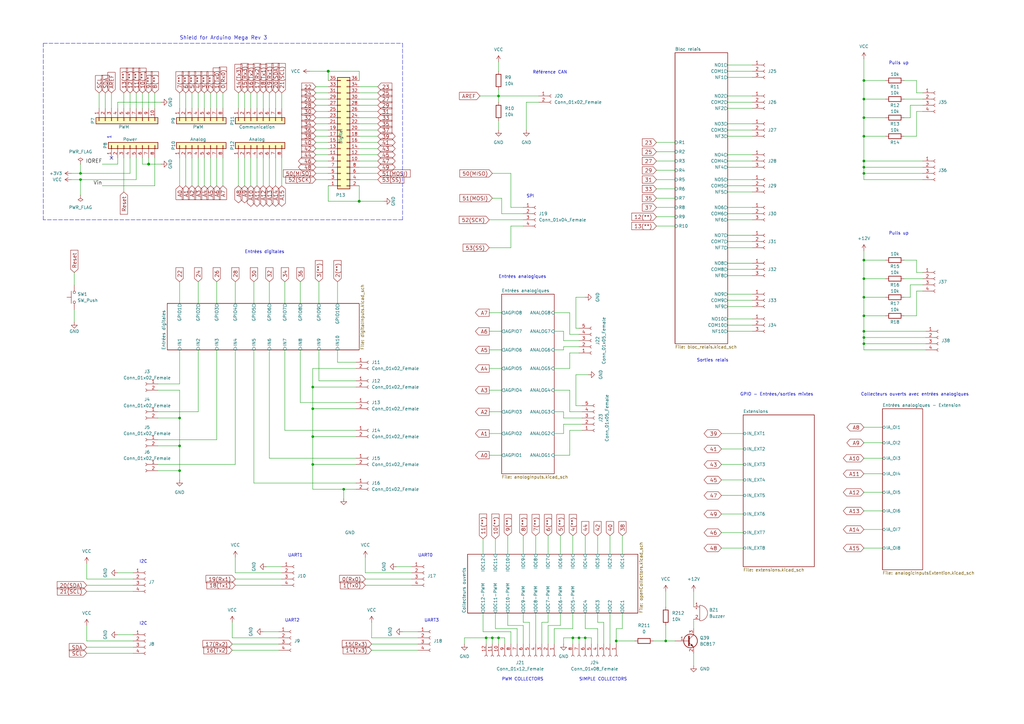
<source format=kicad_sch>
(kicad_sch (version 20211123) (generator eeschema)
  (paper "A3")
  (title_block (title "Board arduino") (rev "0"))
  (junction (at 240.03 261.62))
  (junction (at 354.33 140.97))
  (junction (at 354.33 40.64))
  (junction (at 140.97 200.66))
  (junction (at 354.33 55.88))
  (junction (at 73.66 182.88))
  (junction (at 237.49 261.62))
  (junction (at 204.47 39.37))
  (junction (at 33.02 73.66))
  (junction (at 128.27 179.07))
  (junction (at 354.33 135.89))
  (junction (at 147.32 82.55) (diameter 1.016))
  (junction (at 354.33 48.26))
  (junction (at 201.93 261.62))
  (junction (at 204.47 261.62))
  (junction (at 354.33 106.68))
  (junction (at 273.05 262.89))
  (junction (at 128.27 190.5))
  (junction (at 354.33 114.3))
  (junction (at 73.66 171.45))
  (junction (at 354.33 138.43))
  (junction (at 252.73 262.89))
  (junction (at 234.95 261.62))
  (junction (at 354.33 121.92))
  (junction (at 134.62 29.21) (diameter 1.016))
  (junction (at 354.33 129.54))
  (junction (at 128.27 158.75))
  (junction (at 354.33 71.12))
  (junction (at 60.96 67.31) (diameter 1.016))
  (junction (at 354.33 66.04))
  (junction (at 128.27 167.64))
  (junction (at 354.33 33.02))
  (junction (at 354.33 68.58))
  (junction (at 33.02 71.12))
  (junction (at 73.66 193.04))
  (junction (at 199.39 261.62))
  (no_connect (at 45.72 64.77))
  (wire (pts (xy 378.46 71.12) (xy 354.33 71.12)))
  (wire (pts (xy 255.27 251.46) (xy 255.27 257.81)))
  (wire (pts (xy 354.33 217.17) (xy 361.95 217.17)))
  (wire (pts (xy 242.57 261.62) (xy 240.03 261.62)))
  (wire (pts (xy 30.48 111.76) (xy 30.48 116.84)))
  (wire (pts (xy 233.68 168.91) (xy 238.76 168.91)))
  (wire (pts (xy 298.45 96.52) (xy 308.61 96.52)))
  (wire (pts (xy 240.03 219.71) (xy 240.03 227.33)))
  (wire (pts (xy 63.5 44.45) (xy 63.5 38.1)))
  (wire (pts (xy 354.33 209.55) (xy 361.95 209.55)))
  (wire (pts (xy 35.56 267.97) (xy 54.61 267.97)))
  (wire (pts (xy 255.27 257.81) (xy 252.73 257.81)))
  (wire (pts (xy 97.79 64.77) (xy 97.79 76.2)))
  (wire (pts (xy 147.32 66.04) (xy 154.94 66.04)))
  (wire (pts (xy 236.22 134.62) (xy 236.22 121.92)))
  (wire (pts (xy 375.92 45.72) (xy 378.46 45.72)))
  (wire (pts (xy 73.66 64.77) (xy 73.66 76.2)))
  (wire (pts (xy 81.28 115.57) (xy 81.28 124.46)))
  (wire (pts (xy 203.2 257.81) (xy 212.09 257.81)))
  (wire (pts (xy 128.27 158.75) (xy 128.27 167.64)))
  (wire (pts (xy 100.33 44.45) (xy 100.33 38.1)))
  (wire (pts (xy 227.33 186.69) (xy 233.68 186.69)))
  (wire (pts (xy 88.9 180.34) (xy 88.9 143.51)))
  (wire (pts (xy 203.2 251.46) (xy 203.2 257.81)))
  (wire (pts (xy 298.45 110.49) (xy 308.61 110.49)))
  (wire (pts (xy 81.28 168.91) (xy 81.28 143.51)))
  (wire (pts (xy 354.33 129.54) (xy 363.22 129.54)))
  (wire (pts (xy 354.33 106.68) (xy 363.22 106.68)))
  (wire (pts (xy 138.43 143.51) (xy 138.43 148.59)))
  (wire (pts (xy 269.24 58.42) (xy 276.86 58.42)))
  (wire (pts (xy 298.45 133.35) (xy 308.61 133.35)))
  (wire (pts (xy 63.5 64.77) (xy 63.5 76.2)))
  (wire (pts (xy 237.49 139.7) (xy 231.14 139.7)))
  (wire (pts (xy 147.32 38.1) (xy 154.94 38.1)))
  (wire (pts (xy 128.27 167.64) (xy 146.05 167.64)))
  (wire (pts (xy 354.33 40.64) (xy 354.33 48.26)))
  (wire (pts (xy 60.96 38.1) (xy 60.96 44.45)))
  (wire (pts (xy 354.33 33.02) (xy 354.33 40.64)))
  (wire (pts (xy 298.45 73.66) (xy 308.61 73.66)))
  (wire (pts (xy 214.63 256.54) (xy 214.63 264.16)))
  (wire (pts (xy 149.86 240.03) (xy 168.91 240.03)))
  (wire (pts (xy 198.12 220.98) (xy 198.12 227.33)))
  (wire (pts (xy 134.62 71.12) (xy 129.54 71.12)))
  (wire (pts (xy 245.11 257.81) (xy 245.11 264.16)))
  (wire (pts (xy 273.05 242.57) (xy 273.05 248.92)))
  (wire (pts (xy 200.66 143.51) (xy 205.74 143.51)))
  (wire (pts (xy 200.66 90.17) (xy 214.63 90.17)))
  (wire (pts (xy 29.21 73.66) (xy 33.02 73.66)))
  (wire (pts (xy 231.14 168.91) (xy 231.14 171.45)))
  (wire (pts (xy 97.79 38.1) (xy 97.79 44.45)))
  (wire (pts (xy 379.73 140.97) (xy 354.33 140.97)))
  (wire (pts (xy 147.32 55.88) (xy 154.94 55.88)))
  (wire (pts (xy 233.68 176.53) (xy 238.76 176.53)))
  (wire (pts (xy 370.84 55.88) (xy 375.92 55.88)))
  (wire (pts (xy 48.26 260.35) (xy 54.61 260.35)))
  (wire (pts (xy 115.57 76.2) (xy 115.57 64.77)))
  (wire (pts (xy 229.87 251.46) (xy 229.87 256.54)))
  (wire (pts (xy 298.45 123.19) (xy 308.61 123.19)))
  (wire (pts (xy 147.32 82.55) (xy 157.48 82.55)))
  (wire (pts (xy 78.74 38.1) (xy 78.74 44.45)))
  (wire (pts (xy 152.4 266.7) (xy 171.45 266.7)))
  (wire (pts (xy 212.09 257.81) (xy 212.09 264.16)))
  (wire (pts (xy 107.95 64.77) (xy 107.95 76.2)))
  (wire (pts (xy 295.91 177.8) (xy 304.8 177.8)))
  (wire (pts (xy 298.45 66.04) (xy 308.61 66.04)))
  (wire (pts (xy 64.77 182.88) (xy 73.66 182.88)))
  (wire (pts (xy 227.33 135.89) (xy 231.14 135.89)))
  (wire (pts (xy 269.24 88.9) (xy 276.86 88.9)))
  (wire (pts (xy 73.66 38.1) (xy 73.66 44.45)))
  (wire (pts (xy 370.84 106.68) (xy 375.92 106.68)))
  (wire (pts (xy 123.19 143.51) (xy 123.19 165.1)))
  (wire (pts (xy 298.45 44.45) (xy 308.61 44.45)))
  (wire (pts (xy 83.82 64.77) (xy 83.82 76.2)))
  (wire (pts (xy 100.33 76.2) (xy 100.33 64.77)))
  (wire (pts (xy 267.97 262.89) (xy 273.05 262.89)))
  (wire (pts (xy 134.62 73.66) (xy 129.54 73.66)))
  (wire (pts (xy 233.68 186.69) (xy 233.68 176.53)))
  (wire (pts (xy 134.62 60.96) (xy 129.54 60.96)))
  (wire (pts (xy 147.32 43.18) (xy 154.94 43.18)))
  (wire (pts (xy 237.49 134.62) (xy 236.22 134.62)))
  (wire (pts (xy 64.77 190.5) (xy 96.52 190.5)))
  (wire (pts (xy 95.25 264.16) (xy 114.3 264.16)))
  (wire (pts (xy 201.93 261.62) (xy 201.93 264.16)))
  (wire (pts (xy 73.66 182.88) (xy 73.66 193.04)))
  (wire (pts (xy 375.92 119.38) (xy 378.46 119.38)))
  (wire (pts (xy 96.52 143.51) (xy 96.52 190.5)))
  (wire (pts (xy 233.68 151.13) (xy 233.68 144.78)))
  (wire (pts (xy 227.33 257.81) (xy 227.33 264.16)))
  (wire (pts (xy 86.36 64.77) (xy 86.36 76.2)))
  (wire (pts (xy 96.52 240.03) (xy 115.57 240.03)))
  (wire (pts (xy 204.47 39.37) (xy 204.47 41.91)))
  (wire (pts (xy 200.66 168.91) (xy 205.74 168.91)))
  (wire (pts (xy 73.66 157.48) (xy 73.66 143.51)))
  (wire (pts (xy 298.45 107.95) (xy 308.61 107.95)))
  (wire (pts (xy 370.84 33.02) (xy 375.92 33.02)))
  (wire (pts (xy 250.19 219.71) (xy 250.19 227.33)))
  (wire (pts (xy 110.49 76.2) (xy 110.49 64.77)))
  (wire (pts (xy 231.14 142.24) (xy 237.49 142.24)))
  (wire (pts (xy 110.49 143.51) (xy 110.49 187.96)))
  (wire (pts (xy 55.88 44.45) (xy 55.88 38.1)))
  (wire (pts (xy 83.82 38.1) (xy 83.82 44.45)))
  (wire (pts (xy 295.91 190.5) (xy 304.8 190.5)))
  (wire (pts (xy 48.26 234.95) (xy 54.61 234.95)))
  (wire (pts (xy 234.95 261.62) (xy 237.49 261.62)))
  (wire (pts (xy 231.14 173.99) (xy 238.76 173.99)))
  (wire (pts (xy 138.43 148.59) (xy 146.05 148.59)))
  (wire (pts (xy 48.26 64.77) (xy 48.26 67.31)))
  (wire (pts (xy 379.73 135.89) (xy 354.33 135.89)))
  (wire (pts (xy 245.11 219.71) (xy 245.11 227.33)))
  (wire (pts (xy 222.25 255.27) (xy 222.25 264.16)))
  (wire (pts (xy 76.2 76.2) (xy 76.2 64.77)))
  (wire (pts (xy 242.57 264.16) (xy 242.57 261.62)))
  (wire (pts (xy 147.32 35.56) (xy 154.94 35.56)))
  (wire (pts (xy 354.33 143.51) (xy 354.33 140.97)))
  (wire (pts (xy 354.33 48.26) (xy 354.33 55.88)))
  (wire (pts (xy 147.32 29.21) (xy 147.32 33.02)))
  (wire (pts (xy 149.86 237.49) (xy 168.91 237.49)))
  (wire (pts (xy 201.93 81.28) (xy 205.74 81.28)))
  (wire (pts (xy 354.33 40.64) (xy 363.22 40.64)))
  (wire (pts (xy 53.34 71.12) (xy 53.34 64.77)))
  (wire (pts (xy 354.33 55.88) (xy 354.33 66.04)))
  (wire (pts (xy 295.91 196.85) (xy 304.8 196.85)))
  (wire (pts (xy 81.28 44.45) (xy 81.28 38.1)))
  (wire (pts (xy 102.87 64.77) (xy 102.87 76.2)))
  (wire (pts (xy 198.12 259.08) (xy 198.12 251.46)))
  (wire (pts (xy 58.42 67.31) (xy 60.96 67.31)))
  (wire (pts (xy 208.28 219.71) (xy 208.28 227.33)))
  (wire (pts (xy 43.18 38.1) (xy 43.18 44.45)))
  (wire (pts (xy 204.47 261.62) (xy 204.47 264.16)))
  (wire (pts (xy 298.45 50.8) (xy 308.61 50.8)))
  (wire (pts (xy 295.91 203.2) (xy 304.8 203.2)))
  (wire (pts (xy 237.49 261.62) (xy 237.49 264.16)))
  (wire (pts (xy 140.97 200.66) (xy 146.05 200.66)))
  (wire (pts (xy 95.25 261.62) (xy 114.3 261.62)))
  (wire (pts (xy 370.84 114.3) (xy 378.46 114.3)))
  (wire (pts (xy 233.68 160.02) (xy 233.68 168.91)))
  (wire (pts (xy 354.33 114.3) (xy 354.33 121.92)))
  (wire (pts (xy 298.45 101.6) (xy 308.61 101.6)))
  (wire (pts (xy 116.84 143.51) (xy 116.84 176.53)))
  (wire (pts (xy 204.47 25.4) (xy 204.47 29.21)))
  (wire (pts (xy 128.27 151.13) (xy 128.27 158.75)))
  (wire (pts (xy 128.27 167.64) (xy 128.27 179.07)))
  (wire (pts (xy 116.84 115.57) (xy 116.84 124.46)))
  (wire (pts (xy 107.95 38.1) (xy 107.95 44.45)))
  (wire (pts (xy 298.45 53.34) (xy 308.61 53.34)))
  (wire (pts (xy 295.91 184.15) (xy 304.8 184.15)))
  (wire (pts (xy 354.33 68.58) (xy 354.33 66.04)))
  (wire (pts (xy 147.32 53.34) (xy 154.94 53.34)))
  (wire (pts (xy 95.25 266.7) (xy 114.3 266.7)))
  (wire (pts (xy 204.47 39.37) (xy 220.98 39.37)))
  (wire (pts (xy 373.38 43.18) (xy 378.46 43.18)))
  (wire (pts (xy 198.12 259.08) (xy 209.55 259.08)))
  (wire (pts (xy 298.45 63.5) (xy 308.61 63.5)))
  (wire (pts (xy 370.84 48.26) (xy 373.38 48.26)))
  (wire (pts (xy 354.33 48.26) (xy 363.22 48.26)))
  (wire (pts (xy 298.45 85.09) (xy 308.61 85.09)))
  (wire (pts (xy 149.86 234.95) (xy 168.91 234.95)))
  (wire (pts (xy 33.02 73.66) (xy 55.88 73.66)))
  (wire (pts (xy 229.87 256.54) (xy 224.79 256.54)))
  (wire (pts (xy 104.14 143.51) (xy 104.14 198.12)))
  (wire (pts (xy 224.79 256.54) (xy 224.79 264.16)))
  (wire (pts (xy 298.45 120.65) (xy 308.61 120.65)))
  (wire (pts (xy 128.27 190.5) (xy 146.05 190.5)))
  (wire (pts (xy 116.84 176.53) (xy 146.05 176.53)))
  (polyline (pts (xy 17.78 17.78) (xy 36.83 17.78)))
  (wire (pts (xy 284.48 254) (xy 284.48 257.81)))
  (wire (pts (xy 298.45 29.21) (xy 308.61 29.21)))
  (wire (pts (xy 88.9 64.77) (xy 88.9 76.2)))
  (wire (pts (xy 269.24 92.71) (xy 276.86 92.71)))
  (wire (pts (xy 354.33 138.43) (xy 354.33 135.89)))
  (wire (pts (xy 147.32 48.26) (xy 154.94 48.26)))
  (wire (pts (xy 81.28 76.2) (xy 81.28 64.77)))
  (wire (pts (xy 58.42 44.45) (xy 58.42 38.1)))
  (wire (pts (xy 298.45 76.2) (xy 308.61 76.2)))
  (wire (pts (xy 147.32 68.58) (xy 154.94 68.58)))
  (wire (pts (xy 238.76 166.37) (xy 236.22 166.37)))
  (wire (pts (xy 190.5 264.16) (xy 190.5 261.62)))
  (wire (pts (xy 354.33 201.93) (xy 361.95 201.93)))
  (wire (pts (xy 379.73 138.43) (xy 354.33 138.43)))
  (wire (pts (xy 245.11 251.46) (xy 245.11 255.27)))
  (wire (pts (xy 152.4 261.62) (xy 171.45 261.62)))
  (wire (pts (xy 237.49 137.16) (xy 233.68 137.16)))
  (wire (pts (xy 209.55 92.71) (xy 214.63 92.71)))
  (wire (pts (xy 273.05 256.54) (xy 273.05 262.89)))
  (wire (pts (xy 96.52 115.57) (xy 96.52 124.46)))
  (wire (pts (xy 88.9 38.1) (xy 88.9 44.45)))
  (wire (pts (xy 147.32 60.96) (xy 154.94 60.96)))
  (wire (pts (xy 48.26 67.31) (xy 41.91 67.31)))
  (wire (pts (xy 73.66 115.57) (xy 73.66 124.46)))
  (wire (pts (xy 214.63 219.71) (xy 214.63 227.33)))
  (wire (pts (xy 53.34 38.1) (xy 53.34 44.45)))
  (polyline (pts (xy 17.78 90.17) (xy 17.78 17.78)))
  (wire (pts (xy 205.74 81.28) (xy 205.74 87.63)))
  (wire (pts (xy 269.24 81.28) (xy 276.86 81.28)))
  (wire (pts (xy 233.68 137.16) (xy 233.68 128.27)))
  (wire (pts (xy 134.62 82.55) (xy 147.32 82.55)))
  (wire (pts (xy 252.73 257.81) (xy 252.73 262.89)))
  (wire (pts (xy 375.92 111.76) (xy 378.46 111.76)))
  (wire (pts (xy 33.02 73.66) (xy 33.02 80.01)))
  (wire (pts (xy 379.73 143.51) (xy 354.33 143.51)))
  (wire (pts (xy 130.81 156.21) (xy 130.81 143.51)))
  (wire (pts (xy 298.45 41.91) (xy 308.61 41.91)))
  (wire (pts (xy 96.52 237.49) (xy 115.57 237.49)))
  (wire (pts (xy 204.47 36.83) (xy 204.47 39.37)))
  (wire (pts (xy 298.45 39.37) (xy 308.61 39.37)))
  (wire (pts (xy 269.24 85.09) (xy 276.86 85.09)))
  (wire (pts (xy 231.14 177.8) (xy 231.14 173.99)))
  (wire (pts (xy 149.86 228.6) (xy 149.86 234.95)))
  (wire (pts (xy 298.45 78.74) (xy 308.61 78.74)))
  (wire (pts (xy 134.62 38.1) (xy 129.54 38.1)))
  (wire (pts (xy 104.14 115.57) (xy 104.14 124.46)))
  (wire (pts (xy 200.66 151.13) (xy 205.74 151.13)))
  (wire (pts (xy 105.41 44.45) (xy 105.41 38.1)))
  (wire (pts (xy 123.19 115.57) (xy 123.19 124.46)))
  (wire (pts (xy 162.56 232.41) (xy 168.91 232.41)))
  (wire (pts (xy 109.22 232.41) (xy 115.57 232.41)))
  (wire (pts (xy 208.28 251.46) (xy 208.28 256.54)))
  (wire (pts (xy 236.22 121.92) (xy 240.03 121.92)))
  (wire (pts (xy 147.32 50.8) (xy 154.94 50.8)))
  (wire (pts (xy 134.62 29.21) (xy 147.32 29.21)))
  (wire (pts (xy 298.45 87.63) (xy 308.61 87.63)))
  (wire (pts (xy 147.32 76.2) (xy 147.32 82.55)))
  (wire (pts (xy 269.24 69.85) (xy 276.86 69.85)))
  (wire (pts (xy 354.33 181.61) (xy 361.95 181.61)))
  (wire (pts (xy 205.74 87.63) (xy 214.63 87.63)))
  (wire (pts (xy 227.33 160.02) (xy 233.68 160.02)))
  (wire (pts (xy 219.71 251.46) (xy 219.71 264.16)))
  (wire (pts (xy 200.66 128.27) (xy 205.74 128.27)))
  (wire (pts (xy 33.02 67.31) (xy 33.02 71.12)))
  (wire (pts (xy 375.92 33.02) (xy 375.92 38.1)))
  (wire (pts (xy 78.74 64.77) (xy 78.74 76.2)))
  (wire (pts (xy 134.62 40.64) (xy 129.54 40.64)))
  (wire (pts (xy 147.32 45.72) (xy 154.94 45.72)))
  (wire (pts (xy 295.91 218.44) (xy 304.8 218.44)))
  (wire (pts (xy 134.62 58.42) (xy 129.54 58.42)))
  (wire (pts (xy 245.11 255.27) (xy 247.65 255.27)))
  (wire (pts (xy 354.33 121.92) (xy 354.33 129.54)))
  (wire (pts (xy 240.03 257.81) (xy 245.11 257.81)))
  (wire (pts (xy 107.95 259.08) (xy 114.3 259.08)))
  (wire (pts (xy 207.01 261.62) (xy 207.01 264.16)))
  (wire (pts (xy 165.1 259.08) (xy 171.45 259.08)))
  (wire (pts (xy 128.27 179.07) (xy 128.27 190.5)))
  (wire (pts (xy 224.79 255.27) (xy 222.25 255.27)))
  (wire (pts (xy 298.45 26.67) (xy 308.61 26.67)))
  (wire (pts (xy 115.57 44.45) (xy 115.57 38.1)))
  (wire (pts (xy 370.84 40.64) (xy 378.46 40.64)))
  (wire (pts (xy 66.04 41.91) (xy 48.26 41.91)))
  (wire (pts (xy 224.79 219.71) (xy 224.79 227.33)))
  (wire (pts (xy 250.19 251.46) (xy 250.19 264.16)))
  (wire (pts (xy 298.45 125.73) (xy 308.61 125.73)))
  (wire (pts (xy 60.96 67.31) (xy 66.04 67.31)))
  (wire (pts (xy 91.44 44.45) (xy 91.44 38.1)))
  (wire (pts (xy 134.62 35.56) (xy 129.54 35.56)))
  (wire (pts (xy 102.87 38.1) (xy 102.87 44.45)))
  (wire (pts (xy 134.62 55.88) (xy 129.54 55.88)))
  (wire (pts (xy 35.56 240.03) (xy 54.61 240.03)))
  (wire (pts (xy 354.33 121.92) (xy 363.22 121.92)))
  (wire (pts (xy 354.33 24.13) (xy 354.33 33.02)))
  (wire (pts (xy 215.9 41.91) (xy 220.98 41.91)))
  (wire (pts (xy 152.4 255.27) (xy 152.4 261.62)))
  (wire (pts (xy 234.95 219.71) (xy 234.95 227.33)))
  (wire (pts (xy 354.33 135.89) (xy 354.33 129.54)))
  (wire (pts (xy 128.27 179.07) (xy 146.05 179.07)))
  (wire (pts (xy 45.72 44.45) (xy 45.72 38.1)))
  (wire (pts (xy 147.32 73.66) (xy 154.94 73.66)))
  (wire (pts (xy 96.52 234.95) (xy 115.57 234.95)))
  (wire (pts (xy 91.44 64.77) (xy 91.44 76.2)))
  (wire (pts (xy 354.33 66.04) (xy 378.46 66.04)))
  (wire (pts (xy 35.56 231.14) (xy 35.56 237.49)))
  (wire (pts (xy 123.19 165.1) (xy 146.05 165.1)))
  (wire (pts (xy 269.24 62.23) (xy 276.86 62.23)))
  (wire (pts (xy 298.45 68.58) (xy 308.61 68.58)))
  (wire (pts (xy 96.52 228.6) (xy 96.52 234.95)))
  (wire (pts (xy 209.55 85.09) (xy 214.63 85.09)))
  (wire (pts (xy 64.77 157.48) (xy 73.66 157.48)))
  (wire (pts (xy 35.56 262.89) (xy 54.61 262.89)))
  (wire (pts (xy 138.43 115.57) (xy 138.43 124.46)))
  (wire (pts (xy 33.02 71.12) (xy 53.34 71.12)))
  (wire (pts (xy 127 29.21) (xy 134.62 29.21)))
  (wire (pts (xy 105.41 76.2) (xy 105.41 64.77)))
  (wire (pts (xy 199.39 261.62) (xy 201.93 261.62)))
  (wire (pts (xy 203.2 220.98) (xy 203.2 227.33)))
  (wire (pts (xy 146.05 156.21) (xy 130.81 156.21)))
  (wire (pts (xy 204.47 261.62) (xy 207.01 261.62)))
  (wire (pts (xy 64.77 171.45) (xy 73.66 171.45)))
  (wire (pts (xy 29.21 71.12) (xy 33.02 71.12)))
  (wire (pts (xy 64.77 180.34) (xy 88.9 180.34)))
  (wire (pts (xy 64.77 160.02) (xy 73.66 160.02)))
  (wire (pts (xy 73.66 193.04) (xy 64.77 193.04)))
  (wire (pts (xy 227.33 151.13) (xy 233.68 151.13)))
  (wire (pts (xy 199.39 261.62) (xy 199.39 264.16)))
  (wire (pts (xy 354.33 187.96) (xy 361.95 187.96)))
  (wire (pts (xy 298.45 130.81) (xy 308.61 130.81)))
  (wire (pts (xy 134.62 48.26) (xy 129.54 48.26)))
  (wire (pts (xy 76.2 44.45) (xy 76.2 38.1)))
  (wire (pts (xy 354.33 175.26) (xy 361.95 175.26)))
  (wire (pts (xy 110.49 115.57) (xy 110.49 124.46)))
  (wire (pts (xy 209.55 71.12) (xy 209.55 85.09)))
  (wire (pts (xy 58.42 64.77) (xy 58.42 67.31)))
  (wire (pts (xy 55.88 73.66) (xy 55.88 64.77)))
  (wire (pts (xy 269.24 73.66) (xy 276.86 73.66)))
  (wire (pts (xy 231.14 143.51) (xy 231.14 142.24)))
  (wire (pts (xy 134.62 68.58) (xy 129.54 68.58)))
  (wire (pts (xy 73.66 193.04) (xy 73.66 196.85)))
  (wire (pts (xy 231.14 171.45) (xy 238.76 171.45)))
  (wire (pts (xy 295.91 224.79) (xy 304.8 224.79)))
  (wire (pts (xy 375.92 55.88) (xy 375.92 45.72)))
  (wire (pts (xy 215.9 53.34) (xy 215.9 41.91)))
  (wire (pts (xy 88.9 115.57) (xy 88.9 124.46)))
  (wire (pts (xy 354.33 73.66) (xy 354.33 71.12)))
  (wire (pts (xy 227.33 168.91) (xy 231.14 168.91)))
  (wire (pts (xy 50.8 78.74) (xy 50.8 64.77)))
  (wire (pts (xy 86.36 44.45) (xy 86.36 38.1)))
  (wire (pts (xy 113.03 38.1) (xy 113.03 44.45)))
  (wire (pts (xy 30.48 127) (xy 30.48 132.08)))
  (wire (pts (xy 128.27 200.66) (xy 140.97 200.66)))
  (wire (pts (xy 200.66 101.6) (xy 209.55 101.6)))
  (wire (pts (xy 40.64 44.45) (xy 40.64 38.1)))
  (wire (pts (xy 128.27 158.75) (xy 146.05 158.75)))
  (wire (pts (xy 273.05 262.89) (xy 276.86 262.89)))
  (wire (pts (xy 375.92 129.54) (xy 375.92 119.38)))
  (wire (pts (xy 64.77 168.91) (xy 81.28 168.91)))
  (wire (pts (xy 130.81 115.57) (xy 130.81 124.46)))
  (wire (pts (xy 35.56 265.43) (xy 54.61 265.43)))
  (wire (pts (xy 233.68 144.78) (xy 237.49 144.78)))
  (wire (pts (xy 152.4 264.16) (xy 171.45 264.16)))
  (wire (pts (xy 204.47 49.53) (xy 204.47 53.34)))
  (wire (pts (xy 147.32 63.5) (xy 154.94 63.5)))
  (wire (pts (xy 370.84 121.92) (xy 373.38 121.92)))
  (wire (pts (xy 134.62 43.18) (xy 129.54 43.18)))
  (wire (pts (xy 233.68 128.27) (xy 227.33 128.27)))
  (wire (pts (xy 110.49 187.96) (xy 146.05 187.96)))
  (wire (pts (xy 134.62 66.04) (xy 129.54 66.04)))
  (wire (pts (xy 201.93 71.12) (xy 209.55 71.12)))
  (wire (pts (xy 231.14 261.62) (xy 234.95 261.62)))
  (wire (pts (xy 298.45 90.17) (xy 308.61 90.17)))
  (wire (pts (xy 208.28 256.54) (xy 214.63 256.54)))
  (wire (pts (xy 200.66 160.02) (xy 205.74 160.02)))
  (wire (pts (xy 224.79 251.46) (xy 224.79 255.27)))
  (wire (pts (xy 298.45 135.89) (xy 308.61 135.89)))
  (wire (pts (xy 35.56 242.57) (xy 54.61 242.57)))
  (wire (pts (xy 252.73 262.89) (xy 252.73 264.16)))
  (wire (pts (xy 234.95 261.62) (xy 234.95 264.16)))
  (wire (pts (xy 146.05 151.13) (xy 128.27 151.13)))
  (wire (pts (xy 35.56 237.49) (xy 54.61 237.49)))
  (wire (pts (xy 134.62 63.5) (xy 129.54 63.5)))
  (wire (pts (xy 219.71 219.71) (xy 219.71 227.33)))
  (wire (pts (xy 190.5 261.62) (xy 199.39 261.62)))
  (polyline (pts (xy 36.83 17.78) (xy 165.1 17.78)))
  (wire (pts (xy 354.33 114.3) (xy 363.22 114.3)))
  (wire (pts (xy 140.97 204.47) (xy 140.97 200.66)))
  (wire (pts (xy 298.45 113.03) (xy 308.61 113.03)))
  (wire (pts (xy 110.49 44.45) (xy 110.49 38.1)))
  (wire (pts (xy 252.73 262.89) (xy 260.35 262.89)))
  (polyline (pts (xy 165.1 90.17) (xy 17.78 90.17)) (stroke (width 0) (type dash)))
  (wire (pts (xy 200.66 186.69) (xy 205.74 186.69)))
  (wire (pts (xy 240.03 261.62) (xy 237.49 261.62)))
  (wire (pts (xy 354.33 194.31) (xy 361.95 194.31)))
  (wire (pts (xy 217.17 255.27) (xy 214.63 255.27)))
  (wire (pts (xy 378.46 68.58) (xy 354.33 68.58)))
  (wire (pts (xy 231.14 139.7) (xy 231.14 135.89)))
  (wire (pts (xy 370.84 129.54) (xy 375.92 129.54)))
  (wire (pts (xy 236.22 166.37) (xy 236.22 153.67)))
  (wire (pts (xy 229.87 219.71) (xy 229.87 227.33)))
  (wire (pts (xy 134.62 50.8) (xy 129.54 50.8)))
  (wire (pts (xy 284.48 267.97) (xy 284.48 273.05)))
  (wire (pts (xy 217.17 264.16) (xy 217.17 255.27)))
  (wire (pts (xy 269.24 77.47) (xy 276.86 77.47)))
  (wire (pts (xy 354.33 33.02) (xy 363.22 33.02)))
  (wire (pts (xy 354.33 106.68) (xy 354.33 114.3)))
  (wire (pts (xy 227.33 177.8) (xy 231.14 177.8)))
  (wire (pts (xy 240.03 261.62) (xy 240.03 264.16)))
  (wire (pts (xy 236.22 153.67) (xy 241.3 153.67)))
  (wire (pts (xy 375.92 106.68) (xy 375.92 111.76)))
  (wire (pts (xy 48.26 41.91) (xy 48.26 44.45)))
  (wire (pts (xy 354.33 140.97) (xy 354.33 138.43)))
  (wire (pts (xy 200.66 177.8) (xy 205.74 177.8)))
  (wire (pts (xy 134.62 29.21) (xy 134.62 33.02)))
  (wire (pts (xy 269.24 66.04) (xy 276.86 66.04)))
  (wire (pts (xy 50.8 44.45) (xy 50.8 38.1)))
  (wire (pts (xy 298.45 31.75) (xy 308.61 31.75)))
  (wire (pts (xy 104.14 198.12) (xy 146.05 198.12)))
  (wire (pts (xy 375.92 38.1) (xy 378.46 38.1)))
  (wire (pts (xy 227.33 143.51) (xy 231.14 143.51)))
  (wire (pts (xy 73.66 171.45) (xy 73.66 182.88)))
  (wire (pts (xy 134.62 53.34) (xy 129.54 53.34)))
  (polyline (pts (xy 165.1 17.78) (xy 165.1 90.17)) (stroke (width 0) (type dash)))
  (wire (pts (xy 354.33 224.79) (xy 361.95 224.79)))
  (wire (pts (xy 373.38 43.18) (xy 373.38 48.26)))
  (wire (pts (xy 231.14 264.16) (xy 231.14 261.62)))
  (wire (pts (xy 373.38 116.84) (xy 378.46 116.84)))
  (wire (pts (xy 201.93 261.62) (xy 204.47 261.62)))
  (wire (pts (xy 200.66 135.89) (xy 205.74 135.89)))
  (wire (pts (xy 196.85 39.37) (xy 204.47 39.37)))
  (wire (pts (xy 234.95 251.46) (xy 234.95 257.81)))
  (wire (pts (xy 354.33 102.87) (xy 354.33 106.68)))
  (wire (pts (xy 95.25 255.27) (xy 95.25 261.62)))
  (wire (pts (xy 113.03 64.77) (xy 113.03 76.2)))
  (wire (pts (xy 60.96 64.77) (xy 60.96 67.31)))
  (wire (pts (xy 240.03 251.46) (xy 240.03 257.81)))
  (wire (pts (xy 354.33 55.88) (xy 363.22 55.88)))
  (wire (pts (xy 209.55 92.71) (xy 209.55 101.6)))
  (wire (pts (xy 247.65 255.27) (xy 247.65 264.16)))
  (wire (pts (xy 295.91 210.82) (xy 304.8 210.82)))
  (wire (pts (xy 298.45 99.06) (xy 308.61 99.06)))
  (wire (pts (xy 378.46 73.66) (xy 354.33 73.66)))
  (wire (pts (xy 147.32 40.64) (xy 154.94 40.64)))
  (wire (pts (xy 284.48 242.57) (xy 284.48 248.92)))
  (wire (pts (xy 63.5 76.2) (xy 41.91 76.2)))
  (wire (pts (xy 134.62 76.2) (xy 134.62 82.55)))
  (wire (pts (xy 147.32 71.12) (xy 154.94 71.12)))
  (wire (pts (xy 147.32 58.42) (xy 154.94 58.42)))
  (wire (pts (xy 373.38 116.84) (xy 373.38 121.92)))
  (wire (pts (xy 255.27 219.71) (xy 255.27 227.33)))
  (wire (pts (xy 214.63 251.46) (xy 214.63 255.27)))
  (wire (pts (xy 234.95 257.81) (xy 227.33 257.81)))
  (wire (pts (xy 35.56 256.54) (xy 35.56 262.89)))
  (wire (pts (xy 298.45 55.88) (xy 308.61 55.88)))
  (wire (pts (xy 354.33 71.12) (xy 354.33 68.58)))
  (wire (pts (xy 128.27 190.5) (xy 128.27 200.66)))
  (wire (pts (xy 209.55 264.16) (xy 209.55 259.08)))
  (wire (pts (xy 134.62 45.72) (xy 129.54 45.72)))
  (wire (pts (xy 73.66 160.02) (xy 73.66 171.45)))
  (text "I2C" (at 57.15 256.54 0) (effects (font (size 1.27 1.27)) (justify left bottom)))
  (text "GPIO - Entrées/sorties mixtes" (at 303.53 162.56 0) (effects (font (size 1.27 1.27)) (justify left bottom)))
  (text "Entrées digitales" (at 100.33 104.14 0) (effects (font (size 1.27 1.27)) (justify left bottom)))
  (text "SIMPLE COLLECTORS" (at 237.49 279.4 0) (effects (font (size 1.27 1.27)) (justify left bottom)))
  (text "UART3" (at 173.99 255.27 0) (effects (font (size 1.27 1.27)) (justify left bottom)))
  (text "Collecteurs ouverts avec entrées analogiques" (at 353.06 162.56 0) (effects (font (size 1.27 1.27)) (justify left bottom)))
  (text "Entrées analogiques" (at 204.47 114.3 0) (effects (font (size 1.27 1.27)) (justify left bottom)))
  (text "Pulls up" (at 364.49 26.67 0) (effects (font (size 1.27 1.27)) (justify left bottom)))
  (text "Référence CAN" (at 218.44 30.48 0) (effects (font (size 1.27 1.27)) (justify left bottom)))
  (text "I2C" (at 57.15 231.14 0) (effects (font (size 1.27 1.27)) (justify left bottom)))
  (text "SPI" (at 215.9 81.28 0) (effects (font (size 1.27 1.27)) (justify left bottom)))
  (text "Pulls up" (at 364.49 96.52 0) (effects (font (size 1.27 1.27)) (justify left bottom)))
  (text "UART1" (at 118.11 228.6 0) (effects (font (size 1.27 1.27)) (justify left bottom)))
  (text "1" (at 45.72 57.15 90) (effects (font (size 1.524 1.524)) (justify left bottom)))
  (text "Sorties relais" (at 285.75 148.59 0) (effects (font (size 1.27 1.27)) (justify left bottom)))
  (text "UART0" (at 171.45 228.6 0) (effects (font (size 1.27 1.27)) (justify left bottom)))
  (text "Shield for Arduino Mega Rev 3" (at 73.66 16.51 0) (effects (font (size 1.524 1.524)) (justify left bottom)))
  (text "UART2" (at 116.84 255.27 0) (effects (font (size 1.27 1.27)) (justify left bottom)))
  (text "PWM COLLECTORS" (at 205.74 279.4 0) (effects (font (size 1.27 1.27)) (justify left bottom)))
  (label "Vin" (at 41.91 76.2 180) (effects (font (size 1.524 1.524))))
  (label "IOREF" (at 41.91 67.31 180) (effects (font (size 1.524 1.524))))
  (global_label "A5" (shape output) (at 200.66 143.51 180) (effects (font (size 1.524 1.524))) (property "Intersheet References" "${INTERSHEET_REFS}" (effects hide)))
  (global_label "15(Rx3)" (shape input) (at 152.4 264.16 180) (effects (font (size 1.524 1.524))) (property "Intersheet References" "${INTERSHEET_REFS}" (effects hide)))
  (global_label "3(**)" (shape input) (at 83.82 38.1 90) (effects (font (size 1.524 1.524))) (property "Intersheet References" "${INTERSHEET_REFS}" (effects hide)))
  (global_label "A7" (shape output) (at 200.66 128.27 180) (effects (font (size 1.524 1.524))) (property "Intersheet References" "${INTERSHEET_REFS}" (effects hide)))
  (global_label "41" (shape bidirectional) (at 295.91 184.15 180) (effects (font (size 1.524 1.524))) (property "Intersheet References" "${INTERSHEET_REFS}" (effects hide)))
  (global_label "A12" (shape bidirectional) (at 107.95 76.2 270) (effects (font (size 1.524 1.524))) (property "Intersheet References" "${INTERSHEET_REFS}" (effects hide)))
  (global_label "47" (shape bidirectional) (at 154.94 66.04 0) (effects (font (size 1.524 1.524))) (property "Intersheet References" "${INTERSHEET_REFS}" (effects hide)))
  (global_label "16(Tx2)" (shape input) (at 102.87 38.1 90) (effects (font (size 1.524 1.524))) (property "Intersheet References" "${INTERSHEET_REFS}" (effects hide)))
  (global_label "1(Tx0)" (shape input) (at 149.86 240.03 180) (effects (font (size 1.524 1.524))) (property "Intersheet References" "${INTERSHEET_REFS}" (effects hide)))
  (global_label "40" (shape input) (at 129.54 58.42 180) (effects (font (size 1.524 1.524))) (property "Intersheet References" "${INTERSHEET_REFS}" (effects hide)))
  (global_label "A7" (shape input) (at 91.44 76.2 270) (effects (font (size 1.524 1.524))) (property "Intersheet References" "${INTERSHEET_REFS}" (effects hide)))
  (global_label "7(**)" (shape input) (at 219.71 219.71 90) (effects (font (size 1.524 1.524))) (property "Intersheet References" "${INTERSHEET_REFS}" (effects hide)))
  (global_label "33" (shape input) (at 154.94 48.26 0) (effects (font (size 1.524 1.524))) (property "Intersheet References" "${INTERSHEET_REFS}" (effects hide)))
  (global_label "52(SCK)" (shape input) (at 129.54 73.66 180) (effects (font (size 1.524 1.524))) (property "Intersheet References" "${INTERSHEET_REFS}" (effects hide)))
  (global_label "17(Rx2)" (shape input) (at 95.25 264.16 180) (effects (font (size 1.524 1.524))) (property "Intersheet References" "${INTERSHEET_REFS}" (effects hide)))
  (global_label "4(**)" (shape input) (at 81.28 38.1 90) (effects (font (size 1.524 1.524))) (property "Intersheet References" "${INTERSHEET_REFS}" (effects hide)))
  (global_label "6(**)" (shape input) (at 224.79 219.71 90) (effects (font (size 1.524 1.524))) (property "Intersheet References" "${INTERSHEET_REFS}" (effects hide)))
  (global_label "A14" (shape bidirectional) (at 113.03 76.2 270) (effects (font (size 1.524 1.524))) (property "Intersheet References" "${INTERSHEET_REFS}" (effects hide)))
  (global_label "5(**)" (shape input) (at 229.87 219.71 90) (effects (font (size 1.524 1.524))) (property "Intersheet References" "${INTERSHEET_REFS}" (effects hide)))
  (global_label "A4" (shape input) (at 83.82 76.2 270) (effects (font (size 1.524 1.524))) (property "Intersheet References" "${INTERSHEET_REFS}" (effects hide)))
  (global_label "44" (shape input) (at 129.54 63.5 180) (effects (font (size 1.524 1.524))) (property "Intersheet References" "${INTERSHEET_REFS}" (effects hide)))
  (global_label "AREF" (shape input) (at 196.85 39.37 180) (effects (font (size 1.524 1.524))) (property "Intersheet References" "${INTERSHEET_REFS}" (effects hide)))
  (global_label "51(MOSI)" (shape input) (at 201.93 81.28 180) (effects (font (size 1.524 1.524))) (property "Intersheet References" "${INTERSHEET_REFS}" (effects hide)))
  (global_label "31" (shape input) (at 154.94 45.72 0) (effects (font (size 1.524 1.524))) (property "Intersheet References" "${INTERSHEET_REFS}" (effects hide)))
  (global_label "A15" (shape bidirectional) (at 115.57 76.2 270) (effects (font (size 1.524 1.524))) (property "Intersheet References" "${INTERSHEET_REFS}" (effects hide)))
  (global_label "12(**)" (shape input) (at 53.34 38.1 90) (effects (font (size 1.524 1.524))) (property "Intersheet References" "${INTERSHEET_REFS}" (effects hide)))
  (global_label "49" (shape bidirectional) (at 295.91 210.82 180) (effects (font (size 1.524 1.524))) (property "Intersheet References" "${INTERSHEET_REFS}" (effects hide)))
  (global_label "0(Rx0)" (shape input) (at 91.44 38.1 90) (effects (font (size 1.524 1.524))) (property "Intersheet References" "${INTERSHEET_REFS}" (effects hide)))
  (global_label "10(**)" (shape input) (at 203.2 220.98 90) (effects (font (size 1.524 1.524))) (property "Intersheet References" "${INTERSHEET_REFS}" (effects hide)))
  (global_label "29" (shape input) (at 269.24 69.85 180) (effects (font (size 1.524 1.524))) (property "Intersheet References" "${INTERSHEET_REFS}" (effects hide)))
  (global_label "15(Rx3)" (shape input) (at 100.33 38.1 90) (effects (font (size 1.524 1.524))) (property "Intersheet References" "${INTERSHEET_REFS}" (effects hide)))
  (global_label "32" (shape input) (at 110.49 115.57 90) (effects (font (size 1.524 1.524))) (property "Intersheet References" "${INTERSHEET_REFS}" (effects hide)))
  (global_label "42" (shape input) (at 245.11 219.71 90) (effects (font (size 1.524 1.524))) (property "Intersheet References" "${INTERSHEET_REFS}" (effects hide)))
  (global_label "34" (shape input) (at 116.84 115.57 90) (effects (font (size 1.524 1.524))) (property "Intersheet References" "${INTERSHEET_REFS}" (effects hide)))
  (global_label "A10" (shape bidirectional) (at 354.33 187.96 180) (effects (font (size 1.524 1.524))) (property "Intersheet References" "${INTERSHEET_REFS}" (effects hide)))
  (global_label "26" (shape input) (at 88.9 115.57 90) (effects (font (size 1.524 1.524))) (property "Intersheet References" "${INTERSHEET_REFS}" (effects hide)))
  (global_label "22" (shape input) (at 129.54 35.56 180) (effects (font (size 1.524 1.524))) (property "Intersheet References" "${INTERSHEET_REFS}" (effects hide)))
  (global_label "50(MISO)" (shape input) (at 201.93 71.12 180) (effects (font (size 1.524 1.524))) (property "Intersheet References" "${INTERSHEET_REFS}" (effects hide)))
  (global_label "11(**)" (shape input) (at 55.88 38.1 90) (effects (font (size 1.524 1.524))) (property "Intersheet References" "${INTERSHEET_REFS}" (effects hide)))
  (global_label "30" (shape input) (at 129.54 45.72 180) (effects (font (size 1.524 1.524))) (property "Intersheet References" "${INTERSHEET_REFS}" (effects hide)))
  (global_label "38" (shape input) (at 255.27 219.71 90) (effects (font (size 1.524 1.524))) (property "Intersheet References" "${INTERSHEET_REFS}" (effects hide)))
  (global_label "32" (shape input) (at 129.54 48.26 180) (effects (font (size 1.524 1.524))) (property "Intersheet References" "${INTERSHEET_REFS}" (effects hide)))
  (global_label "A5" (shape input) (at 86.36 76.2 270) (effects (font (size 1.524 1.524))) (property "Intersheet References" "${INTERSHEET_REFS}" (effects hide)))
  (global_label "42" (shape input) (at 129.54 60.96 180) (effects (font (size 1.524 1.524))) (property "Intersheet References" "${INTERSHEET_REFS}" (effects hide)))
  (global_label "21(SCL)" (shape input) (at 35.56 242.57 180) (effects (font (size 1.524 1.524))) (property "Intersheet References" "${INTERSHEET_REFS}" (effects hide)))
  (global_label "25" (shape input) (at 154.94 38.1 0) (effects (font (size 1.524 1.524))) (property "Intersheet References" "${INTERSHEET_REFS}" (effects hide)))
  (global_label "A11" (shape bidirectional) (at 354.33 194.31 180) (effects (font (size 1.524 1.524))) (property "Intersheet References" "${INTERSHEET_REFS}" (effects hide)))
  (global_label "36" (shape input) (at 123.19 115.57 90) (effects (font (size 1.524 1.524))) (property "Intersheet References" "${INTERSHEET_REFS}" (effects hide)))
  (global_label "35" (shape input) (at 269.24 81.28 180) (effects (font (size 1.524 1.524))) (property "Intersheet References" "${INTERSHEET_REFS}" (effects hide)))
  (global_label "38" (shape input) (at 129.54 55.88 180) (effects (font (size 1.524 1.524))) (property "Intersheet References" "${INTERSHEET_REFS}" (effects hide)))
  (global_label "1(Tx0)" (shape input) (at 88.9 38.1 90) (effects (font (size 1.524 1.524))) (property "Intersheet References" "${INTERSHEET_REFS}" (effects hide)))
  (global_label "46" (shape bidirectional) (at 295.91 218.44 180) (effects (font (size 1.524 1.524))) (property "Intersheet References" "${INTERSHEET_REFS}" (effects hide)))
  (global_label "18(Tx1)" (shape input) (at 96.52 240.03 180) (effects (font (size 1.524 1.524))) (property "Intersheet References" "${INTERSHEET_REFS}" (effects hide)))
  (global_label "45" (shape bidirectional) (at 154.94 63.5 0) (effects (font (size 1.524 1.524))) (property "Intersheet References" "${INTERSHEET_REFS}" (effects hide)))
  (global_label "37" (shape input) (at 269.24 85.09 180) (effects (font (size 1.524 1.524))) (property "Intersheet References" "${INTERSHEET_REFS}" (effects hide)))
  (global_label "A0" (shape input) (at 73.66 76.2 270) (effects (font (size 1.524 1.524))) (property "Intersheet References" "${INTERSHEET_REFS}" (effects hide)))
  (global_label "A1" (shape output) (at 200.66 177.8 180) (effects (font (size 1.524 1.524))) (property "Intersheet References" "${INTERSHEET_REFS}" (effects hide)))
  (global_label "11(**)" (shape input) (at 198.12 220.98 90) (effects (font (size 1.524 1.524))) (property "Intersheet References" "${INTERSHEET_REFS}" (effects hide)))
  (global_label "21(SCL)" (shape input) (at 115.57 38.1 90) (effects (font (size 1.524 1.524))) (property "Intersheet References" "${INTERSHEET_REFS}" (effects hide)))
  (global_label "17(Rx2)" (shape input) (at 105.41 38.1 90) (effects (font (size 1.524 1.524))) (property "Intersheet References" "${INTERSHEET_REFS}" (effects hide)))
  (global_label "A6" (shape output) (at 200.66 135.89 180) (effects (font (size 1.524 1.524))) (property "Intersheet References" "${INTERSHEET_REFS}" (effects hide)))
  (global_label "39" (shape bidirectional) (at 295.91 177.8 180) (effects (font (size 1.524 1.524))) (property "Intersheet References" "${INTERSHEET_REFS}" (effects hide)))
  (global_label "27" (shape input) (at 269.24 66.04 180) (effects (font (size 1.524 1.524))) (property "Intersheet References" "${INTERSHEET_REFS}" (effects hide)))
  (global_label "53(SS)" (shape input) (at 200.66 101.6 180) (effects (font (size 1.524 1.524))) (property "Intersheet References" "${INTERSHEET_REFS}" (effects hide)))
  (global_label "49" (shape bidirectional) (at 154.94 68.58 0) (effects (font (size 1.524 1.524))) (property "Intersheet References" "${INTERSHEET_REFS}" (effects hide)))
  (global_label "A15" (shape bidirectional) (at 354.33 224.79 180) (effects (font (size 1.524 1.524))) (property "Intersheet References" "${INTERSHEET_REFS}" (effects hide)))
  (global_label "A9" (shape bidirectional) (at 354.33 181.61 180) (effects (font (size 1.524 1.524))) (property "Intersheet References" "${INTERSHEET_REFS}" (effects hide)))
  (global_label "14(Tx3)" (shape input) (at 152.4 266.7 180) (effects (font (size 1.524 1.524))) (property "Intersheet References" "${INTERSHEET_REFS}" (effects hide)))
  (global_label "46" (shape bidirectional) (at 129.54 66.04 180) (effects (font (size 1.524 1.524))) (property "Intersheet References" "${INTERSHEET_REFS}" (effects hide)))
  (global_label "A3" (shape input) (at 81.28 76.2 270) (effects (font (size 1.524 1.524))) (property "Intersheet References" "${INTERSHEET_REFS}" (effects hide)))
  (global_label "31" (shape input) (at 269.24 73.66 180) (effects (font (size 1.524 1.524))) (property "Intersheet References" "${INTERSHEET_REFS}" (effects hide)))
  (global_label "A2" (shape input) (at 78.74 76.2 270) (effects (font (size 1.524 1.524))) (property "Intersheet References" "${INTERSHEET_REFS}" (effects hide)))
  (global_label "A0" (shape output) (at 200.66 186.69 180) (effects (font (size 1.524 1.524))) (property "Intersheet References" "${INTERSHEET_REFS}" (effects hide)))
  (global_label "A8" (shape bidirectional) (at 354.33 175.26 180) (effects (font (size 1.524 1.524))) (property "Intersheet References" "${INTERSHEET_REFS}" (effects hide)))
  (global_label "14(Tx3)" (shape input) (at 97.79 38.1 90) (effects (font (size 1.524 1.524))) (property "Intersheet References" "${INTERSHEET_REFS}" (effects hide)))
  (global_label "39" (shape bidirectional) (at 154.94 55.88 0) (effects (font (size 1.524 1.524))) (property "Intersheet References" "${INTERSHEET_REFS}" (effects hide)))
  (global_label "51(MOSI)" (shape input) (at 154.94 71.12 0) (effects (font (size 1.524 1.524))) (property "Intersheet References" "${INTERSHEET_REFS}" (effects hide)))
  (global_label "A4" (shape output) (at 200.66 151.13 180) (effects (font (size 1.524 1.524))) (property "Intersheet References" "${INTERSHEET_REFS}" (effects hide)))
  (global_label "A2" (shape output) (at 200.66 168.91 180) (effects (font (size 1.524 1.524))) (property "Intersheet References" "${INTERSHEET_REFS}" (effects hide)))
  (global_label "8(**)" (shape input) (at 214.63 219.71 90) (effects (font (size 1.524 1.524))) (property "Intersheet References" "${INTERSHEET_REFS}" (effects hide)))
  (global_label "7(**)" (shape input) (at 73.66 38.1 90) (effects (font (size 1.524 1.524))) (property "Intersheet References" "${INTERSHEET_REFS}" (effects hide)))
  (global_label "36" (shape input) (at 129.54 53.34 180) (effects (font (size 1.524 1.524))) (property "Intersheet References" "${INTERSHEET_REFS}" (effects hide)))
  (global_label "48" (shape bidirectional) (at 295.91 224.79 180) (effects (font (size 1.524 1.524))) (property "Intersheet References" "${INTERSHEET_REFS}" (effects hide)))
  (global_label "52(SCK)" (shape input) (at 200.66 90.17 180) (effects (font (size 1.524 1.524))) (property "Intersheet References" "${INTERSHEET_REFS}" (effects hide)))
  (global_label "10(**)" (shape input) (at 58.42 38.1 90) (effects (font (size 1.524 1.524))) (property "Intersheet References" "${INTERSHEET_REFS}" (effects hide)))
  (global_label "29" (shape input) (at 154.94 43.18 0) (effects (font (size 1.524 1.524))) (property "Intersheet References" "${INTERSHEET_REFS}" (effects hide)))
  (global_label "23" (shape input) (at 154.94 35.56 0) (effects (font (size 1.524 1.524))) (property "Intersheet References" "${INTERSHEET_REFS}" (effects hide)))
  (global_label "24" (shape input) (at 129.54 38.1 180) (effects (font (size 1.524 1.524))) (property "Intersheet References" "${INTERSHEET_REFS}" (effects hide)))
  (global_label "48" (shape bidirectional) (at 129.54 68.58 180) (effects (font (size 1.524 1.524))) (property "Intersheet References" "${INTERSHEET_REFS}" (effects hide)))
  (global_label "35" (shape input) (at 154.94 50.8 0) (effects (font (size 1.524 1.524))) (property "Intersheet References" "${INTERSHEET_REFS}" (effects hide)))
  (global_label "41" (shape bidirectional) (at 154.94 58.42 0) (effects (font (size 1.524 1.524))) (property "Intersheet References" "${INTERSHEET_REFS}" (effects hide)))
  (global_label "45" (shape bidirectional) (at 295.91 196.85 180) (effects (font (size 1.524 1.524))) (property "Intersheet References" "${INTERSHEET_REFS}" (effects hide)))
  (global_label "19(Rx1)" (shape input) (at 96.52 237.49 180) (effects (font (size 1.524 1.524))) (property "Intersheet References" "${INTERSHEET_REFS}" (effects hide)))
  (global_label "A8" (shape bidirectional) (at 97.79 76.2 270) (effects (font (size 1.524 1.524))) (property "Intersheet References" "${INTERSHEET_REFS}" (effects hide)))
  (global_label "44" (shape input) (at 240.03 219.71 90) (effects (font (size 1.524 1.524))) (property "Intersheet References" "${INTERSHEET_REFS}" (effects hide)))
  (global_label "SCL" (shape input) (at 35.56 267.97 180) (effects (font (size 1.524 1.524))) (property "Intersheet References" "${INTERSHEET_REFS}" (effects hide)))
  (global_label "4(**)" (shape input) (at 234.95 219.71 90) (effects (font (size 1.524 1.524))) (property "Intersheet References" "${INTERSHEET_REFS}" (effects hide)))
  (global_label "3(**)" (shape input) (at 130.81 115.57 90) (effects (font (size 1.524 1.524))) (property "Intersheet References" "${INTERSHEET_REFS}" (effects hide)))
  (global_label "18(Tx1)" (shape input) (at 107.95 38.1 90) (effects (font (size 1.524 1.524))) (property "Intersheet References" "${INTERSHEET_REFS}" (effects hide)))
  (global_label "43" (shape bidirectional) (at 295.91 190.5 180) (effects (font (size 1.524 1.524))) (property "Intersheet References" "${INTERSHEET_REFS}" (effects hide)))
  (global_label "A13" (shape bidirectional) (at 110.49 76.2 270) (effects (font (size 1.524 1.524))) (property "Intersheet References" "${INTERSHEET_REFS}" (effects hide)))
  (global_label "16(Tx2)" (shape input) (at 95.25 266.7 180) (effects (font (size 1.524 1.524))) (property "Intersheet References" "${INTERSHEET_REFS}" (effects hide)))
  (global_label "40" (shape input) (at 250.19 219.71 90) (effects (font (size 1.524 1.524))) (property "Intersheet References" "${INTERSHEET_REFS}" (effects hide)))
  (global_label "9(**)" (shape input) (at 60.96 38.1 90) (effects (font (size 1.524 1.524))) (property "Intersheet References" "${INTERSHEET_REFS}" (effects hide)))
  (global_label "Reset" (shape input) (at 50.8 78.74 270) (effects (font (size 1.524 1.524))) (property "Intersheet References" "${INTERSHEET_REFS}" (effects hide)))
  (global_label "SDA" (shape input) (at 35.56 265.43 180) (effects (font (size 1.524 1.524))) (property "Intersheet References" "${INTERSHEET_REFS}" (effects hide)))
  (global_label "12(**)" (shape input) (at 269.24 88.9 180) (effects (font (size 1.524 1.524))) (property "Intersheet References" "${INTERSHEET_REFS}" (effects hide)))
  (global_label "53(SS)" (shape input) (at 154.94 73.66 0) (effects (font (size 1.524 1.524))) (property "Intersheet References" "${INTERSHEET_REFS}" (effects hide)))
  (global_label "20(SDA)" (shape input) (at 35.56 240.03 180) (effects (font (size 1.524 1.524))) (property "Intersheet References" "${INTERSHEET_REFS}" (effects hide)))
  (global_label "6(**)" (shape input) (at 76.2 38.1 90) (effects (font (size 1.524 1.524))) (property "Intersheet References" "${INTERSHEET_REFS}" (effects hide)))
  (global_label "5(**)" (shape input) (at 78.74 38.1 90) (effects (font (size 1.524 1.524))) (property "Intersheet References" "${INTERSHEET_REFS}" (effects hide)))
  (global_label "SCL" (shape input) (at 40.64 38.1 90) (effects (font (size 1.524 1.524))) (property "Intersheet References" "${INTERSHEET_REFS}" (effects hide)))
  (global_label "28" (shape input) (at 129.54 43.18 180) (effects (font (size 1.524 1.524))) (property "Intersheet References" "${INTERSHEET_REFS}" (effects hide)))
  (global_label "2(**)" (shape input) (at 86.36 38.1 90) (effects (font (size 1.524 1.524))) (property "Intersheet References" "${INTERSHEET_REFS}" (effects hide)))
  (global_label "37" (shape input) (at 154.94 53.34 0) (effects (font (size 1.524 1.524))) (property "Intersheet References" "${INTERSHEET_REFS}" (effects hide)))
  (global_label "47" (shape bidirectional) (at 295.91 203.2 180) (effects (font (size 1.524 1.524))) (property "Intersheet References" "${INTERSHEET_REFS}" (effects hide)))
  (global_label "19(Rx1)" (shape input) (at 110.49 38.1 90) (effects (font (size 1.524 1.524))) (property "Intersheet References" "${INTERSHEET_REFS}" (effects hide)))
  (global_label "A10" (shape bidirectional) (at 102.87 76.2 270) (effects (font (size 1.524 1.524))) (property "Intersheet References" "${INTERSHEET_REFS}" (effects hide)))
  (global_label "9(**)" (shape input) (at 208.28 219.71 90) (effects (font (size 1.524 1.524))) (property "Intersheet References" "${INTERSHEET_REFS}" (effects hide)))
  (global_label "26" (shape input) (at 129.54 40.64 180) (effects (font (size 1.524 1.524))) (property "Intersheet References" "${INTERSHEET_REFS}" (effects hide)))
  (global_label "43" (shape bidirectional) (at 154.94 60.96 0) (effects (font (size 1.524 1.524))) (property "Intersheet References" "${INTERSHEET_REFS}" (effects hide)))
  (global_label "A12" (shape bidirectional) (at 354.33 201.93 180) (effects (font (size 1.524 1.524))) (property "Intersheet References" "${INTERSHEET_REFS}" (effects hide)))
  (global_label "8(**)" (shape input) (at 63.5 38.1 90) (effects (font (size 1.524 1.524))) (property "Intersheet References" "${INTERSHEET_REFS}" (effects hide)))
  (global_label "20(SDA)" (shape input) (at 113.03 38.1 90) (effects (font (size 1.524 1.524))) (property "Intersheet References" "${INTERSHEET_REFS}" (effects hide)))
  (global_label "A13" (shape bidirectional) (at 354.33 209.55 180) (effects (font (size 1.524 1.524))) (property "Intersheet References" "${INTERSHEET_REFS}" (effects hide)))
  (global_label "SDA" (shape input) (at 43.18 38.1 90) (effects (font (size 1.524 1.524))) (property "Intersheet References" "${INTERSHEET_REFS}" (effects hide)))
  (global_label "A3" (shape output) (at 200.66 160.02 180) (effects (font (size 1.524 1.524))) (property "Intersheet References" "${INTERSHEET_REFS}" (effects hide)))
  (global_label "A1" (shape input) (at 76.2 76.2 270) (effects (font (size 1.524 1.524))) (property "Intersheet References" "${INTERSHEET_REFS}" (effects hide)))
  (global_label "33" (shape input) (at 269.24 77.47 180) (effects (font (size 1.524 1.524))) (property "Intersheet References" "${INTERSHEET_REFS}" (effects hide)))
  (global_label "50(MISO)" (shape input) (at 129.54 71.12 180) (effects (font (size 1.524 1.524))) (property "Intersheet References" "${INTERSHEET_REFS}" (effects hide)))
  (global_label "AREF" (shape input) (at 45.72 38.1 90) (effects (font (size 1.524 1.524))) (property "Intersheet References" "${INTERSHEET_REFS}" (effects hide)))
  (global_label "30" (shape input) (at 104.14 115.57 90) (effects (font (size 1.524 1.524))) (property "Intersheet References" "${INTERSHEET_REFS}" (effects hide)))
  (global_label "A9" (shape bidirectional) (at 100.33 76.2 270) (effects (font (size 1.524 1.524))) (property "Intersheet References" "${INTERSHEET_REFS}" (effects hide)))
  (global_label "24" (shape input) (at 81.28 115.57 90) (effects (font (size 1.524 1.524))) (property "Intersheet References" "${INTERSHEET_REFS}" (effects hide)))
  (global_label "Reset" (shape input) (at 30.48 111.76 90) (effects (font (size 1.524 1.524))) (property "Intersheet References" "${INTERSHEET_REFS}" (effects hide)))
  (global_label "22" (shape input) (at 73.66 115.57 90) (effects (font (size 1.524 1.524))) (property "Intersheet References" "${INTERSHEET_REFS}" (effects hide)))
  (global_label "27" (shape input) (at 154.94 40.64 0) (effects (font (size 1.524 1.524))) (property "Intersheet References" "${INTERSHEET_REFS}" (effects hide)))
  (global_label "13(**)" (shape input) (at 50.8 38.1 90) (effects (font (size 1.524 1.524))) (property "Intersheet References" "${INTERSHEET_REFS}" (effects hide)))
  (global_label "A6" (shape input) (at 88.9 76.2 270) (effects (font (size 1.524 1.524))) (property "Intersheet References" "${INTERSHEET_REFS}" (effects hide)))
  (global_label "28" (shape input) (at 96.52 115.57 90) (effects (font (size 1.524 1.524))) (property "Intersheet References" "${INTERSHEET_REFS}" (effects hide)))
  (global_label "23" (shape input) (at 269.24 58.42 180) (effects (font (size 1.524 1.524))) (property "Intersheet References" "${INTERSHEET_REFS}" (effects hide)))
  (global_label "2(**)" (shape input) (at 138.43 115.57 90) (effects (font (size 1.524 1.524))) (property "Intersheet References" "${INTERSHEET_REFS}" (effects hide)))
  (global_label "13(**)" (shape input) (at 269.24 92.71 180) (effects (font (size 1.524 1.524))) (property "Intersheet References" "${INTERSHEET_REFS}" (effects hide)))
  (global_label "34" (shape input) (at 129.54 50.8 180) (effects (font (size 1.524 1.524))) (property "Intersheet References" "${INTERSHEET_REFS}" (effects hide)))
  (global_label "A14" (shape bidirectional) (at 354.33 217.17 180) (effects (font (size 1.524 1.524))) (property "Intersheet References" "${INTERSHEET_REFS}" (effects hide)))
  (global_label "25" (shape input) (at 269.24 62.23 180) (effects (font (size 1.524 1.524))) (property "Intersheet References" "${INTERSHEET_REFS}" (effects hide)))
  (global_label "0(Rx0)" (shape input) (at 149.86 237.49 180) (effects (font (size 1.524 1.524))) (property "Intersheet References" "${INTERSHEET_REFS}" (effects hide)))
  (global_label "A11" (shape bidirectional) (at 105.41 76.2 270) (effects (font (size 1.524 1.524))) (property "Intersheet References" "${INTERSHEET_REFS}" (effects hide)))
  (symbol (lib_id "power:+12V") (at 284.48 242.57 0) (unit 1)
    (property "Reference" "#PWR011" (effects hide))
    (property "Value" "+12V" (at 284.48 237.49 0))
  )
  (symbol (lib_id "Connector:Conn_01x04_Female") (at 120.65 234.95 0) (unit 1)
    (property "Reference" "J10" (at 121.92 236.2199 0) (effects (justify left)))
    (property "Value" "Conn_01x04_Female" (effects hide))
    (property "Footprint" "connectors:conn-4pts-P5mm" (effects hide))
  )
  (symbol (lib_id "power:+3V3") (at 29.21 71.12 90) (unit 1)
    (property "Reference" "#PWR0119" (effects hide))
    (property "Value" "+3.3V" (at 22.86 71.12 90))
  )
  (symbol (lib_id "Connector_Generic:Conn_02x18_Odd_Even") (at 139.7 55.88 0) (mirror x) (unit 1)
    (property "Reference" "P13" (at 139.7 80.01 0))
    (property "Value" "Digital" (at 139.7 55.88 90))
    (property "Footprint" "Socket_Arduino_Mega:Socket_Strip_Arduino_2x18" (effects hide))
  )
  (symbol (lib_id "power:GND") (at 157.48 82.55 90) (unit 1)
    (property "Reference" "#PWR0124" (effects hide))
    (property "Value" "GND" (at 161.29 82.55 0))
  )
  (symbol (lib_id "Connector:Conn_01x02_Female") (at 226.06 39.37 0) (unit 1)
    (property "Reference" "J20" (at 227.33 39.3699 0) (effects (justify left)))
    (property "Value" "Conn_01x02_Female" (at 227.33 41.9099 0) (effects (justify left)))
    (property "Footprint" "connectors:conn-2pts-P5mm" (effects hide))
  )
  (symbol (lib_id "Connector:Conn_01x03_Female") (at 313.69 41.91 0) (unit 1)
    (property "Reference" "J26" (at 314.96 41.9099 0) (effects (justify left)))
    (property "Value" "Conn_01x03_Female" (effects hide))
    (property "Footprint" "connectors:conn-3pts-P5mm" (effects hide))
  )
  (symbol (lib_id "power:VCC") (at 273.05 242.57 0) (unit 1)
    (property "Reference" "#PWR010" (effects hide))
    (property "Value" "VCC" (at 273.05 237.49 0))
  )
  (symbol (lib_id "Connector:Conn_01x04_Female") (at 119.38 261.62 0) (unit 1)
    (property "Reference" "J9" (at 120.65 262.8899 0) (effects (justify left)))
    (property "Value" "Conn_01x04_Female" (effects hide))
    (property "Footprint" "connectors:conn-4pts-P5mm" (effects hide))
  )
  (symbol (lib_id "power:GND") (at 66.04 41.91 90) (unit 1)
    (property "Reference" "#PWR0122" (effects hide))
    (property "Value" "GND" (at 69.85 41.91 0))
  )
  (symbol (lib_id "power:GND") (at 140.97 204.47 0) (unit 1)
    (property "Reference" "#PWR0131" (effects hide))
    (property "Value" "GND" (at 143.51 218.44 0))
  )
  (symbol (lib_id "power:GND") (at 109.22 232.41 270) (unit 1)
    (property "Reference" "#PWR0136" (effects hide))
    (property "Value" "GND" (at 104.14 232.41 0))
  )
  (symbol (lib_id "power:PWR_FLAG") (at 33.02 80.01 180) (unit 1)
    (property "Reference" "#FLG0104" (effects hide))
    (property "Value" "PWR_FLAG" (at 33.02 85.09 0))
  )
  (symbol (lib_id "Connector:Conn_01x04_Female") (at 176.53 261.62 0) (unit 1)
    (property "Reference" "J18" (at 177.8 262.8899 0) (effects (justify left)))
    (property "Value" "Conn_01x04_Female" (effects hide))
    (property "Footprint" "connectors:conn-4pts-P5mm" (effects hide))
  )
  (symbol (lib_id "Connector:Conn_01x03_Female") (at 313.69 123.19 0) (unit 1)
    (property "Reference" "J33" (at 314.96 123.1899 0) (effects (justify left)))
    (property "Value" "Conn_01x03_Female" (effects hide))
    (property "Footprint" "connectors:conn-3pts-P5mm" (effects hide))
  )
  (symbol (lib_id "Connector:Conn_01x04_Female") (at 59.69 237.49 0) (unit 1)
    (property "Reference" "J7" (at 60.96 238.7599 0) (effects (justify left)))
    (property "Value" "Conn_01x04_Female" (effects hide))
    (property "Footprint" "connectors:conn-4pts-P5mm" (effects hide))
  )
  (symbol (lib_id "power:GND") (at 66.04 67.31 90) (unit 1)
    (property "Reference" "#PWR0121" (effects hide))
    (property "Value" "GND" (at 69.85 67.31 0))
  )
  (symbol (lib_id "Connector:Conn_01x02_Female") (at 59.69 168.91 0) (mirror y) (unit 1)
    (property "Reference" "J4" (at 60.325 163.83 0))
    (property "Value" "Conn_01x02_Female" (at 60.325 166.37 0))
    (property "Footprint" "connectors:conn-2pts-P5mm" (effects hide))
  )
  (symbol (lib_id "power:VCC") (at 354.33 24.13 0) (unit 1)
    (property "Reference" "#PWR0129" (effects hide))
    (property "Value" "VCC" (at 354.33 19.05 0))
  )
  (symbol (lib_id "Connector:Conn_01x03_Female") (at 313.69 53.34 0) (unit 1)
    (property "Reference" "J27" (at 314.96 53.3399 0) (effects (justify left)))
    (property "Value" "Conn_01x03_Female" (effects hide))
    (property "Footprint" "connectors:conn-3pts-P5mm" (effects hide))
  )
  (symbol (lib_id "power:VCC") (at 35.56 256.54 0) (unit 1)
    (property "Reference" "#PWR0135" (effects hide))
    (property "Value" "VCC" (at 35.56 251.46 0))
  )
  (symbol (lib_id "power:GND") (at 204.47 53.34 0) (unit 1)
    (property "Reference" "#PWR0125" (effects hide))
    (property "Value" "GND" (at 204.47 58.42 0))
  )
  (symbol (lib_id "Device:R") (at 367.03 114.3 90) (unit 1)
    (property "Reference" "R16" (at 367.03 116.84 90))
    (property "Value" "10k" (at 367.03 111.76 90))
    (property "Footprint" "Resistor_SMD:R_0805_2012Metric_Pad1.20x1.40mm_HandSolder" (effects hide))
  )
  (symbol (lib_id "Device:R") (at 273.05 252.73 180) (unit 1)
    (property "Reference" "R212" (at 275.59 251.4599 0) (effects (justify right)))
    (property "Value" "10k" (at 275.59 253.9999 0) (effects (justify right)))
    (property "Footprint" "Resistor_SMD:R_0805_2012Metric_Pad1.20x1.40mm_HandSolder" (effects hide))
  )
  (symbol (lib_id "power:GND") (at 30.48 132.08 0) (unit 1)
    (property "Reference" "#PWR09" (effects hide))
    (property "Value" "GND" (at 30.48 135.89 0))
  )
  (symbol (lib_id "Device:R") (at 367.03 106.68 90) (unit 1)
    (property "Reference" "R15" (at 367.03 109.22 90))
    (property "Value" "10k" (at 367.03 104.14 90))
    (property "Footprint" "Resistor_SMD:R_0805_2012Metric_Pad1.20x1.40mm_HandSolder" (effects hide))
  )
  (symbol (lib_id "Connector_Generic:Conn_01x10") (at 50.8 49.53 90) (mirror x) (unit 1)
    (property "Reference" "P7" (at 38.1 49.53 0))
    (property "Value" "PWM" (at 50.8 52.07 90))
    (property "Footprint" "Socket_Arduino_Mega:Socket_Strip_Arduino_1x10" (effects hide))
  )
  (symbol (lib_id "Device:R") (at 204.47 45.72 0) (unit 1)
    (property "Reference" "R10" (at 207.01 44.4499 0) (effects (justify left)))
    (property "Value" "10k" (at 207.01 46.9899 0) (effects (justify left)))
    (property "Footprint" "Resistor_SMD:R_0805_2012Metric_Pad1.20x1.40mm_HandSolder" (effects hide))
  )
  (symbol (lib_id "power:PWR_FLAG") (at 33.02 67.31 0) (unit 1)
    (property "Reference" "#FLG0105" (effects hide))
    (property "Value" "PWR_FLAG" (at 33.02 62.23 0))
  )
  (symbol (lib_id "Connector:Conn_01x02_Female") (at 151.13 156.21 0) (unit 1)
    (property "Reference" "J12" (at 152.4 156.2099 0) (effects (justify left)))
    (property "Value" "Conn_01x02_Female" (at 152.4 158.7499 0) (effects (justify left)))
    (property "Footprint" "connectors:conn-2pts-P5mm" (effects hide))
  )
  (symbol (lib_id "power:VCC") (at 152.4 255.27 0) (unit 1)
    (property "Reference" "#PWR0142" (effects hide))
    (property "Value" "VCC" (at 152.4 250.19 0))
  )
  (symbol (lib_id "Switch:SW_Push") (at 30.48 121.92 90) (unit 1)
    (property "Reference" "SW1" (at 31.75 120.6499 90) (effects (justify right)))
    (property "Value" "SW_Push" (at 31.75 123.1899 90) (effects (justify right)))
    (property "Footprint" "switches:SW_PUSH_6mm_H5mm" (effects hide))
  )
  (symbol (lib_id "power:VCC") (at 96.52 228.6 0) (unit 1)
    (property "Reference" "#PWR0132" (effects hide))
    (property "Value" "VCC" (at 96.52 223.52 0))
  )
  (symbol (lib_id "Connector:Conn_01x02_Female") (at 59.69 190.5 0) (mirror y) (unit 1)
    (property "Reference" "J6" (at 60.325 185.42 0))
    (property "Value" "Conn_01x02_Female" (at 60.325 187.96 0))
    (property "Footprint" "connectors:conn-2pts-P5mm" (effects hide))
  )
  (symbol (lib_id "Connector:Conn_01x02_Female") (at 151.13 198.12 0) (unit 1)
    (property "Reference" "J16" (at 152.4 198.1199 0) (effects (justify left)))
    (property "Value" "Conn_01x02_Female" (at 152.4 200.6599 0) (effects (justify left)))
    (property "Footprint" "connectors:conn-2pts-P5mm" (effects hide))
  )
  (symbol (lib_id "power:GND") (at 48.26 234.95 270) (unit 1)
    (property "Reference" "#PWR0138" (effects hide))
    (property "Value" "GND" (at 43.18 234.95 0))
  )
  (symbol (lib_id "Device:R") (at 367.03 121.92 90) (unit 1)
    (property "Reference" "R17" (at 367.03 124.46 90))
    (property "Value" "10k" (at 367.03 119.38 90))
    (property "Footprint" "Resistor_SMD:R_0805_2012Metric_Pad1.20x1.40mm_HandSolder" (effects hide))
  )
  (symbol (lib_id "Connector:Conn_01x03_Female") (at 313.69 66.04 0) (unit 1)
    (property "Reference" "J28" (at 314.96 66.0399 0) (effects (justify left)))
    (property "Value" "Conn_01x03_Female" (effects hide))
    (property "Footprint" "connectors:conn-3pts-P5mm" (effects hide))
  )
  (symbol (lib_id "Connector:Conn_01x02_Female") (at 151.13 187.96 0) (unit 1)
    (property "Reference" "J15" (at 152.4 187.9599 0) (effects (justify left)))
    (property "Value" "Conn_01x02_Female" (at 152.4 190.4999 0) (effects (justify left)))
    (property "Footprint" "connectors:conn-2pts-P5mm" (effects hide))
  )
  (symbol (lib_id "power:VCC") (at 127 29.21 90) (unit 1)
    (property "Reference" "#PWR?" (effects hide))
    (property "Value" "VCC" (at 123.19 29.2099 90) (effects (justify left)))
  )
  (symbol (lib_id "Connector_Generic:Conn_01x08") (at 53.34 59.69 90) (unit 1)
    (property "Reference" "P8" (at 43.18 59.69 0))
    (property "Value" "Power" (at 53.34 57.15 90))
    (property "Footprint" "Socket_Arduino_Mega:Socket_Strip_Arduino_1x08" (effects hide))
  )
  (symbol (lib_id "Device:R") (at 264.16 262.89 90) (unit 1)
    (property "Reference" "R211" (at 264.16 256.54 90))
    (property "Value" "0" (at 264.16 259.08 90))
    (property "Footprint" "Resistor_SMD:R_0805_2012Metric_Pad1.20x1.40mm_HandSolder" (effects hide))
  )
  (symbol (lib_id "Connector_Generic:Conn_01x08") (at 81.28 59.69 90) (unit 1)
    (property "Reference" "P10" (at 71.12 59.69 0))
    (property "Value" "Analog" (at 81.28 57.15 90))
    (property "Footprint" "Socket_Arduino_Mega:Socket_Strip_Arduino_1x08" (effects hide))
  )
  (symbol (lib_id "Device:Buzzer") (at 287.02 251.46 0) (unit 1)
    (property "Reference" "BZ1" (at 290.83 250.1899 0) (effects (justify left)))
    (property "Value" "Buzzer" (at 290.83 252.7299 0) (effects (justify left)))
    (property "Footprint" "buzzer_perso:Buzzer_12x9.5RM7.6" (effects hide))
  )
  (symbol (lib_id "Connector:Conn_01x08_Female") (at 245.11 269.24 270) (unit 1)
    (property "Reference" "J24" (at 243.84 271.78 90))
    (property "Value" "Conn_01x08_Female" (at 243.84 274.32 90))
    (property "Footprint" "connectors:conn-8pts-P5mm" (effects hide))
  )
  (symbol (lib_id "power:GND") (at 73.66 196.85 0) (unit 1)
    (property "Reference" "#PWR0137" (effects hide))
    (property "Value" "GND" (at 73.66 201.93 0))
  )
  (symbol (lib_id "Transistor_BJT:BC817") (at 281.94 262.89 0) (unit 1)
    (property "Reference" "Q39" (at 287.02 261.6199 0) (effects (justify left)))
    (property "Value" "BC817" (at 287.02 264.1599 0) (effects (justify left)))
    (property "Footprint" "Package_TO_SOT_SMD:SOT-23" (effects hide))
    (property "Datasheet" "https://www.onsemi.com/pub/Collateral/BC818-D.pdf" (effects hide))
  )
  (symbol (lib_id "Connector:Conn_01x03_Female") (at 313.69 110.49 0) (unit 1)
    (property "Reference" "J32" (at 314.96 110.4899 0) (effects (justify left)))
    (property "Value" "Conn_01x03_Female" (effects hide))
    (property "Footprint" "connectors:conn-3pts-P5mm" (effects hide))
  )
  (symbol (lib_id "power:GND") (at 284.48 273.05 0) (unit 1)
    (property "Reference" "#PWR012" (effects hide))
    (property "Value" "GND" (at 287.02 274.3199 0) (effects (justify left)))
  )
  (symbol (lib_id "power:+12V") (at 354.33 102.87 0) (unit 1)
    (property "Reference" "#PWR0128" (effects hide))
    (property "Value" "+12V" (at 354.33 97.79 0))
  )
  (symbol (lib_id "power:VCC") (at 35.56 231.14 0) (unit 1)
    (property "Reference" "#PWR0139" (effects hide))
    (property "Value" "VCC" (at 35.56 226.06 0))
  )
  (symbol (lib_id "Connector_Generic:Conn_01x08") (at 81.28 49.53 90) (mirror x) (unit 1)
    (property "Reference" "P9" (at 71.12 49.53 0))
    (property "Value" "PWM" (at 81.28 52.07 90))
    (property "Footprint" "Socket_Arduino_Mega:Socket_Strip_Arduino_1x08" (effects hide))
  )
  (symbol (lib_id "Device:R") (at 367.03 33.02 90) (unit 1)
    (property "Reference" "R11" (at 367.03 35.56 90))
    (property "Value" "10k" (at 367.03 30.48 90))
    (property "Footprint" "Resistor_SMD:R_0805_2012Metric_Pad1.20x1.40mm_HandSolder" (effects hide))
  )
  (symbol (lib_id "power:GND") (at 190.5 264.16 0) (unit 1)
    (property "Reference" "#PWR0145" (effects hide))
    (property "Value" "GND" (at 190.5 269.24 0))
  )
  (symbol (lib_id "power:GND") (at 241.3 153.67 90) (unit 1)
    (property "Reference" "#PWR0146" (effects hide))
    (property "Value" "GND" (at 246.38 153.67 0))
  )
  (symbol (lib_id "power:GND") (at 231.14 264.16 0) (unit 1)
    (property "Reference" "#PWR0147" (effects hide))
    (property "Value" "GND" (at 231.14 269.24 0))
  )
  (symbol (lib_id "Connector:Conn_01x04_Female") (at 383.54 114.3 0) (unit 1)
    (property "Reference" "J37" (at 384.81 115.5699 0) (effects (justify left)))
    (property "Value" "Conn_01x04_Female" (effects hide))
    (property "Footprint" "connectors:conn-4pts-P5mm" (effects hide))
  )
  (symbol (lib_id "power:GND") (at 240.03 121.92 90) (unit 1)
    (property "Reference" "#PWR0140" (effects hide))
    (property "Value" "GND" (at 245.11 121.92 0))
  )
  (symbol (lib_id "Connector:Conn_01x12_Female") (at 214.63 269.24 270) (unit 1)
    (property "Reference" "J21" (at 213.36 271.78 90))
    (property "Value" "Conn_01x12_Female" (at 213.36 274.32 90))
    (property "Footprint" "connectors:conn-12pts-P5mm" (effects hide))
  )
  (symbol (lib_id "Connector:Conn_01x04_Female") (at 383.54 40.64 0) (unit 1)
    (property "Reference" "J35" (at 384.81 41.9099 0) (effects (justify left)))
    (property "Value" "Conn_01x04_Female" (effects hide))
    (property "Footprint" "connectors:conn-4pts-P5mm" (effects hide))
  )
  (symbol (lib_id "power:GND") (at 48.26 260.35 270) (unit 1)
    (property "Reference" "#PWR0130" (effects hide))
    (property "Value" "GND" (at 43.18 260.35 0))
  )
  (symbol (lib_id "Device:R") (at 367.03 129.54 90) (unit 1)
    (property "Reference" "R18" (at 367.03 132.08 90))
    (property "Value" "10k" (at 367.03 127 90))
    (property "Footprint" "Resistor_SMD:R_0805_2012Metric_Pad1.20x1.40mm_HandSolder" (effects hide))
  )
  (symbol (lib_id "Device:R") (at 367.03 40.64 90) (unit 1)
    (property "Reference" "R12" (at 367.03 43.18 90))
    (property "Value" "10k" (at 367.03 38.1 90))
    (property "Footprint" "Resistor_SMD:R_0805_2012Metric_Pad1.20x1.40mm_HandSolder" (effects hide))
  )
  (symbol (lib_id "Connector:Conn_01x03_Female") (at 313.69 99.06 0) (unit 1)
    (property "Reference" "J31" (at 314.96 99.0599 0) (effects (justify left)))
    (property "Value" "Conn_01x03_Female" (effects hide))
    (property "Footprint" "connectors:conn-3pts-P5mm" (effects hide))
  )
  (symbol (lib_id "power:GND") (at 107.95 259.08 270) (unit 1)
    (property "Reference" "#PWR0134" (effects hide))
    (property "Value" "GND" (at 102.87 259.08 0))
  )
  (symbol (lib_id "power:VCC") (at 149.86 228.6 0) (unit 1)
    (property "Reference" "#PWR0144" (effects hide))
    (property "Value" "VCC" (at 149.86 223.52 0))
  )
  (symbol (lib_id "power:GND") (at 215.9 53.34 0) (unit 1)
    (property "Reference" "#PWR0126" (effects hide))
    (property "Value" "GND" (at 215.9 58.42 0))
  )
  (symbol (lib_id "Connector:Conn_01x03_Female") (at 313.69 133.35 0) (unit 1)
    (property "Reference" "J34" (at 314.96 133.3499 0) (effects (justify left)))
    (property "Value" "Conn_01x03_Female" (effects hide))
    (property "Footprint" "connectors:conn-3pts-P5mm" (effects hide))
  )
  (symbol (lib_id "Connector:Conn_01x04_Female") (at 383.54 68.58 0) (unit 1)
    (property "Reference" "J36" (at 384.81 69.8499 0) (effects (justify left)))
    (property "Value" "Conn_01x04_Female" (effects hide))
    (property "Footprint" "connectors:conn-4pts-P5mm" (effects hide))
  )
  (symbol (lib_id "power:VCC") (at 204.47 25.4 0) (unit 1)
    (property "Reference" "#PWR0127" (effects hide))
    (property "Value" "VCC" (at 204.47 20.32 0))
  )
  (symbol (lib_id "power:VCC") (at 95.25 255.27 0) (unit 1)
    (property "Reference" "#PWR0133" (effects hide))
    (property "Value" "VCC" (at 95.25 250.19 0))
  )
  (symbol (lib_id "power:GND") (at 165.1 259.08 270) (unit 1)
    (property "Reference" "#PWR0141" (effects hide))
    (property "Value" "GND" (at 160.02 259.08 0))
  )
  (symbol (lib_id "Device:R") (at 367.03 55.88 90) (unit 1)
    (property "Reference" "R14" (at 367.03 58.42 90))
    (property "Value" "10k" (at 367.03 53.34 90))
    (property "Footprint" "Resistor_SMD:R_0805_2012Metric_Pad1.20x1.40mm_HandSolder" (effects hide))
  )
  (symbol (lib_id "Connector:Conn_01x04_Female") (at 173.99 234.95 0) (unit 1)
    (property "Reference" "J17" (at 175.26 236.2199 0) (effects (justify left)))
    (property "Value" "Conn_01x04_Female" (effects hide))
    (property "Footprint" "connectors:conn-4pts-P5mm" (effects hide))
  )
  (symbol (lib_id "Connector:Conn_01x03_Female") (at 313.69 87.63 0) (unit 1)
    (property "Reference" "J30" (at 314.96 87.6299 0) (effects (justify left)))
    (property "Value" "Conn_01x03_Female" (effects hide))
    (property "Footprint" "connectors:conn-3pts-P5mm" (effects hide))
  )
  (symbol (lib_id "Connector:Conn_01x02_Female") (at 59.69 157.48 0) (mirror y) (unit 1)
    (property "Reference" "J3" (at 60.325 152.4 0))
    (property "Value" "Conn_01x02_Female" (at 60.325 154.94 0))
    (property "Footprint" "connectors:conn-2pts-P5mm" (effects hide))
  )
  (symbol (lib_id "Connector:Conn_01x05_Female") (at 242.57 139.7 0) (mirror x) (unit 1)
    (property "Reference" "J22" (at 245.11 139.7 90))
    (property "Value" "Conn_01x05_Female" (at 247.65 139.7 90))
    (property "Footprint" "connectors:conn-5pts-P5mm" (effects hide))
  )
  (symbol (lib_id "Connector:Conn_01x03_Female") (at 313.69 76.2 0) (unit 1)
    (property "Reference" "J29" (at 314.96 76.1999 0) (effects (justify left)))
    (property "Value" "Conn_01x03_Female" (effects hide))
    (property "Footprint" "connectors:conn-3pts-P5mm" (effects hide))
  )
  (symbol (lib_id "Connector:Conn_01x02_Female") (at 59.69 180.34 0) (mirror y) (unit 1)
    (property "Reference" "J5" (at 60.325 175.26 0))
    (property "Value" "Conn_01x02_Female" (at 60.325 177.8 0))
    (property "Footprint" "connectors:conn-2pts-P5mm" (effects hide))
  )
  (symbol (lib_id "Connector:Conn_01x04_Female") (at 384.81 138.43 0) (unit 1)
    (property "Reference" "J38" (at 386.08 139.6999 0) (effects (justify left)))
    (property "Value" "Conn_01x04_Female" (effects hide))
    (property "Footprint" "connectors:conn-4pts-P5mm" (effects hide))
  )
  (symbol (lib_id "Connector:Conn_01x05_Female") (at 243.84 171.45 0) (mirror x) (unit 1)
    (property "Reference" "J23" (at 246.38 171.45 90))
    (property "Value" "Conn_01x05_Female" (at 248.92 171.45 90))
    (property "Footprint" "connectors:conn-5pts-P5mm" (effects hide))
  )
  (symbol (lib_id "Device:R") (at 367.03 48.26 90) (unit 1)
    (property "Reference" "R13" (at 367.03 50.8 90))
    (property "Value" "10k" (at 367.03 45.72 90))
    (property "Footprint" "Resistor_SMD:R_0805_2012Metric_Pad1.20x1.40mm_HandSolder" (effects hide))
  )
  (symbol (lib_id "Device:R") (at 204.47 33.02 0) (unit 1)
    (property "Reference" "R9" (at 207.01 31.7499 0) (effects (justify left)))
    (property "Value" "10k" (at 207.01 34.2899 0) (effects (justify left)))
    (property "Footprint" "Resistor_SMD:R_0805_2012Metric_Pad1.20x1.40mm_HandSolder" (effects hide))
  )
  (symbol (lib_id "Connector_Generic:Conn_01x08") (at 105.41 49.53 90) (mirror x) (unit 1)
    (property "Reference" "P11" (at 95.25 49.53 0))
    (property "Value" "Communication" (at 105.41 52.07 90))
    (property "Footprint" "Socket_Arduino_Mega:Socket_Strip_Arduino_1x08" (effects hide))
  )
  (symbol (lib_id "Connector:Conn_01x02_Female") (at 151.13 148.59 0) (unit 1)
    (property "Reference" "J11" (at 152.4 148.5899 0) (effects (justify left)))
    (property "Value" "Conn_01x02_Female" (at 152.4 151.1299 0) (effects (justify left)))
    (property "Footprint" "connectors:conn-2pts-P5mm" (effects hide))
  )
  (symbol (lib_id "Connector:Conn_01x02_Female") (at 151.13 176.53 0) (unit 1)
    (property "Reference" "J14" (at 152.4 176.5299 0) (effects (justify left)))
    (property "Value" "Conn_01x02_Female" (at 152.4 179.0699 0) (effects (justify left)))
    (property "Footprint" "connectors:conn-2pts-P5mm" (effects hide))
  )
  (symbol (lib_id "Connector:Conn_01x03_Female") (at 313.69 29.21 0) (unit 1)
    (property "Reference" "J25" (at 314.96 29.2099 0) (effects (justify left)))
    (property "Value" "Conn_01x03_Female" (effects hide))
    (property "Footprint" "connectors:conn-3pts-P5mm" (effects hide))
  )
  (symbol (lib_id "power:VCC") (at 29.21 73.66 90) (unit 1)
    (property "Reference" "#PWR?" (effects hide))
    (property "Value" "VCC" (at 25.4 73.6599 90) (effects (justify left)))
  )
  (symbol (lib_id "power:GND") (at 162.56 232.41 270) (unit 1)
    (property "Reference" "#PWR0143" (effects hide))
    (property "Value" "GND" (at 157.48 232.41 0))
  )
  (symbol (lib_id "Connector_Generic:Conn_01x08") (at 105.41 59.69 90) (unit 1)
    (property "Reference" "P12" (at 95.25 59.69 0))
    (property "Value" "Analog" (at 105.41 57.15 90))
    (property "Footprint" "Socket_Arduino_Mega:Socket_Strip_Arduino_1x08" (effects hide))
  )
  (symbol (lib_id "Connector:Conn_01x04_Female") (at 219.71 87.63 0) (unit 1)
    (property "Reference" "J19" (at 220.98 87.6299 0) (effects (justify left)))
    (property "Value" "Conn_01x04_Female" (at 220.98 90.1699 0) (effects (justify left)))
    (property "Footprint" "connectors:conn-4pts-P5mm" (effects hide))
  )
  (symbol (lib_id "Connector:Conn_01x04_Female") (at 59.69 262.89 0) (unit 1)
    (property "Reference" "J8" (at 60.96 264.1599 0) (effects (justify left)))
    (property "Value" "Conn_01x04_Female" (effects hide))
    (property "Footprint" "connectors:conn-4pts-P5mm" (effects hide))
  )
  (symbol (lib_id "Connector:Conn_01x02_Female") (at 151.13 165.1 0) (unit 1)
    (property "Reference" "J13" (at 152.4 165.0999 0) (effects (justify left)))
    (property "Value" "Conn_01x02_Female" (at 152.4 167.6399 0) (effects (justify left)))
    (property "Footprint" "connectors:conn-2pts-P5mm" (effects hide))
  )
  (sheet (at 191.77 227.33) (size 69.85 24.13) (stroke (width 0.1524))
    (property "Sheet name" "Collecteurs ouverts" (at 191.0584 251.46 90) (effects (justify left bottom)))
    (property "Sheet file" "openCollectors.kicad_sch" (at 262.2046 251.46 90) (effects (justify left top)))
    (pin "IOC1" input (at 255.27 227.33 90))
    (pin "OC1" output (at 255.27 251.46 270))
    (pin "IOC2" input (at 250.19 227.33 90))
    (pin "IOC3" input (at 245.11 227.33 90))
    (pin "OC2" output (at 250.19 251.46 270))
    (pin "OC3" output (at 245.11 251.46 270))
    (pin "IOC4" input (at 240.03 227.33 90))
    (pin "OC4" output (at 240.03 251.46 270))
    (pin "OC5-PWM" output (at 234.95 251.46 270))
    (pin "OC6-PWM" output (at 229.87 251.46 270))
    (pin "IOC5" input (at 234.95 227.33 90))
    (pin "IOC6" input (at 229.87 227.33 90))
    (pin "IOC7" input (at 224.79 227.33 90))
    (pin "IOC8" input (at 219.71 227.33 90))
    (pin "OC7-PWM" output (at 224.79 251.46 270))
    (pin "IOC10" input (at 208.28 227.33 90))
    (pin "IOC11" input (at 203.2 227.33 90))
    (pin "OC8-PWM" output (at 219.71 251.46 270))
    (pin "IOC9" input (at 214.63 227.33 90))
    (pin "OC11-PWM" output (at 203.2 251.46 270))
    (pin "OC12-PWM" output (at 198.12 251.46 270))
    (pin "OC9-PWM" output (at 214.63 251.46 270))
    (pin "OC10-PWM" output (at 208.28 251.46 270))
    (pin "IOC12" input (at 198.12 227.33 90))
  )
  (sheet (at 68.58 124.46) (size 78.74 19.05) (stroke (width 0.1524))
    (property "Sheet name" "Entrées digitales" (at 67.8684 143.51 90) (effects (justify left bottom)))
    (property "Sheet file" "digitalInputs.kicad_sch" (at 147.9046 143.51 90) (effects (justify left top)))
    (pin "GPIO3" output (at 88.9 124.46 90))
    (pin "IN3" input (at 88.9 143.51 270))
    (pin "GPIO4" output (at 96.52 124.46 90))
    (pin "IN4" input (at 96.52 143.51 270))
    (pin "GPIO1" output (at 73.66 124.46 90))
    (pin "IN1" input (at 73.66 143.51 270))
    (pin "GPIO8" output (at 123.19 124.46 90))
    (pin "IN8" input (at 123.19 143.51 270))
    (pin "IN5" input (at 104.14 143.51 270))
    (pin "GPIO5" output (at 104.14 124.46 90))
    (pin "IN2" input (at 81.28 143.51 270))
    (pin "GPIO2" output (at 81.28 124.46 90))
    (pin "IN7" input (at 116.84 143.51 270))
    (pin "GPIO7" output (at 116.84 124.46 90))
    (pin "GPIO6" output (at 110.49 124.46 90))
    (pin "IN6" input (at 110.49 143.51 270))
    (pin "GPIO9" output (at 130.81 124.46 90))
    (pin "GPIO10" output (at 138.43 124.46 90))
    (pin "IN9" input (at 130.81 143.51 270))
    (pin "IN10" input (at 138.43 143.51 270))
  )
  (sheet (at 361.95 167.64) (size 16.51 66.04) (stroke (width 0.1524))
    (property "Sheet name" "Entrées analogiques - Extension" (at 361.95 166.9284 0) (effects (justify left bottom)))
    (property "Sheet file" "analogicInputsExtention.kicad_sch" (at 361.95 234.2646 0) (effects (justify left top)))
    (pin "IA_OI3" bidirectional (at 361.95 187.96 180))
    (pin "IA_OI4" bidirectional (at 361.95 194.31 180))
    (pin "IA_OI2" bidirectional (at 361.95 181.61 180))
    (pin "IA_OI1" bidirectional (at 361.95 175.26 180))
    (pin "IA_OI7" bidirectional (at 361.95 217.17 180))
    (pin "IA_OI5" bidirectional (at 361.95 201.93 180))
    (pin "IA_OI6" bidirectional (at 361.95 209.55 180))
    (pin "IA_OI8" bidirectional (at 361.95 224.79 180))
  )
  (sheet (at 276.86 21.59) (size 21.59 119.38) (stroke (width 0.1524))
    (property "Sheet name" "Bloc relais" (at 276.86 20.8784 0) (effects (justify left bottom)))
    (property "Sheet file" "bloc_relais.kicad_sch" (at 276.86 141.5546 0) (effects (justify left top)))
    (pin "R2" input (at 276.86 62.23 180))
    (pin "R1" input (at 276.86 58.42 180))
    (pin "COM4" output (at 298.45 66.04 0))
    (pin "NO4" output (at 298.45 63.5 0))
    (pin "NF1" output (at 298.45 31.75 0))
    (pin "COM1" output (at 298.45 29.21 0))
    (pin "NO1" output (at 298.45 26.67 0))
    (pin "R4" input (at 276.86 69.85 180))
    (pin "R3" input (at 276.86 66.04 180))
    (pin "COM2" output (at 298.45 41.91 0))
    (pin "NF2" output (at 298.45 44.45 0))
    (pin "NO2" output (at 298.45 39.37 0))
    (pin "COM3" output (at 298.45 53.34 0))
    (pin "NO3" output (at 298.45 50.8 0))
    (pin "NF4" output (at 298.45 68.58 0))
    (pin "NF3" output (at 298.45 55.88 0))
    (pin "R6" input (at 276.86 77.47 180))
    (pin "R5" input (at 276.86 73.66 180))
    (pin "R8" input (at 276.86 85.09 180))
    (pin "R7" input (at 276.86 81.28 180))
    (pin "COM5" output (at 298.45 76.2 0))
    (pin "NF5" output (at 298.45 78.74 0))
    (pin "NO5" output (at 298.45 73.66 0))
    (pin "NF6" output (at 298.45 90.17 0))
    (pin "COM6" output (at 298.45 87.63 0))
    (pin "NO6" output (at 298.45 85.09 0))
    (pin "NF7" output (at 298.45 101.6 0))
    (pin "COM7" output (at 298.45 99.06 0))
    (pin "NO7" output (at 298.45 96.52 0))
    (pin "NF8" output (at 298.45 113.03 0))
    (pin "COM8" output (at 298.45 110.49 0))
    (pin "NO8" output (at 298.45 107.95 0))
    (pin "R9" input (at 276.86 88.9 180))
    (pin "R10" input (at 276.86 92.71 180))
    (pin "COM10" output (at 298.45 133.35 0))
    (pin "NF10" output (at 298.45 135.89 0))
    (pin "NO10" output (at 298.45 130.81 0))
    (pin "NF9" output (at 298.45 125.73 0))
    (pin "COM9" output (at 298.45 123.19 0))
    (pin "NO9" output (at 298.45 120.65 0))
  )
  (sheet (at 205.74 120.65) (size 21.59 73.66) (stroke (width 0.1524))
    (property "Sheet name" "Entrées analogiques" (at 205.74 119.9384 0) (effects (justify left bottom)))
    (property "Sheet file" "anologInputs.kicad_sch" (at 205.74 194.8946 0) (effects (justify left top)))
    (pin "ANALOG3" input (at 227.33 168.91 0))
    (pin "ANALOG4" input (at 227.33 160.02 0))
    (pin "AGPIO2" output (at 205.74 177.8 180))
    (pin "AGPIO1" output (at 205.74 186.69 180))
    (pin "AGPIO4" output (at 205.74 160.02 180))
    (pin "AGPIO3" output (at 205.74 168.91 180))
    (pin "ANALOG1" input (at 227.33 186.69 0))
    (pin "ANALOG2" input (at 227.33 177.8 0))
    (pin "ANALOG7" input (at 227.33 135.89 0))
    (pin "ANALOG8" input (at 227.33 128.27 0))
    (pin "AGPIO7" output (at 205.74 135.89 180))
    (pin "AGPIO8" output (at 205.74 128.27 180))
    (pin "AGPIO5" output (at 205.74 151.13 180))
    (pin "AGPIO6" output (at 205.74 143.51 180))
    (pin "ANALOG5" input (at 227.33 151.13 0))
    (pin "ANALOG6" input (at 227.33 143.51 0))
  )
  (sheet (at 304.8 170.18) (size 29.21 62.23) (stroke (width 0.1524))
    (property "Sheet name" "Extensions" (at 304.8 169.4684 0) (effects (justify left bottom)))
    (property "Sheet file" "extensions.kicad_sch" (at 304.8 232.9946 0) (effects (justify left top)))
    (pin "IN_EXT1" bidirectional (at 304.8 177.8 180))
    (pin "IN_EXT2" bidirectional (at 304.8 184.15 180))
    (pin "IN_EXT3" bidirectional (at 304.8 190.5 180))
    (pin "IN_EXT4" bidirectional (at 304.8 196.85 180))
    (pin "IN_EXT7" bidirectional (at 304.8 218.44 180))
    (pin "IN_EXT8" bidirectional (at 304.8 224.79 180))
    (pin "IN_EXT5" bidirectional (at 304.8 203.2 180))
    (pin "IN_EXT6" bidirectional (at 304.8 210.82 180))
  )
)
</source>
